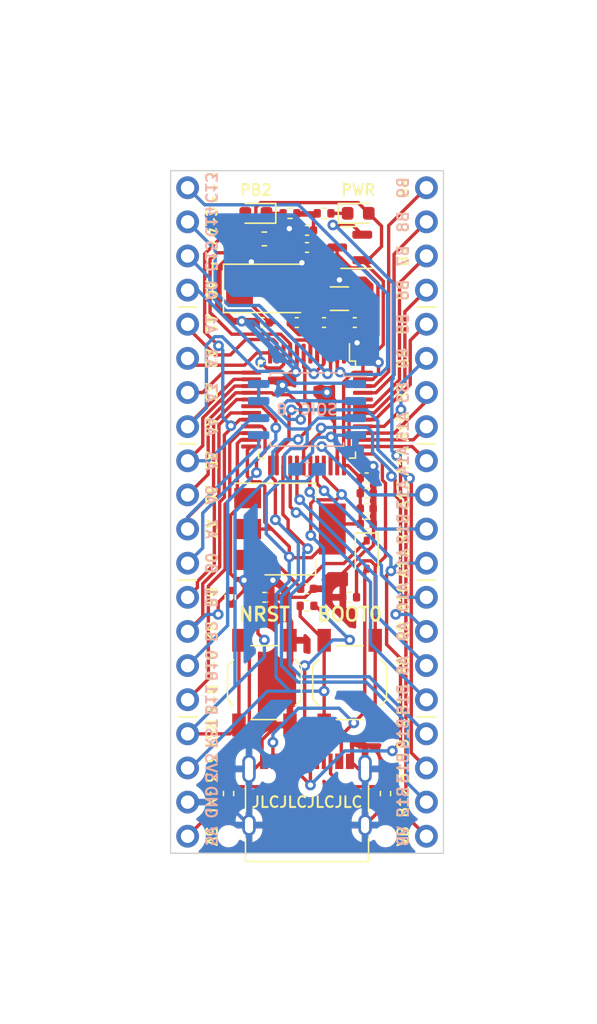
<source format=kicad_pcb>
(kicad_pcb (version 20221018) (generator pcbnew)
  (title_block (title "STM32F1-DevBoard"))
  (layers (0 "F.Cu" signal) (31 "B.Cu" signal) (34 "B.Paste" user) (35 "F.Paste" user) (36 "B.SilkS" user "B.Silkscreen") (37 "F.SilkS" user "F.Silkscreen") (38 "B.Mask" user) (39 "F.Mask" user) (44 "Edge.Cuts" user))
  (net 0 "")
  (net 1 "PA9")
  (net 2 "PA10")
  (net 3 "GND")
  (net 4 "Net-(LED1-K)")
  (net 5 "PC14")
  (net 6 "PC15")
  (net 7 "PD0")
  (net 8 "PD1")
  (net 9 "+3.3V")
  (net 10 "PB2")
  (net 11 "BOOT0")
  (net 12 "PC13")
  (net 13 "NRST")
  (net 14 "PA0")
  (net 15 "PA1")
  (net 16 "PA2")
  (net 17 "PA3")
  (net 18 "PA4")
  (net 19 "PA5")
  (net 20 "PA6")
  (net 21 "PA7")
  (net 22 "PB0")
  (net 23 "PB1")
  (net 24 "PB10")
  (net 25 "PB11")
  (net 26 "PB12")
  (net 27 "PB13")
  (net 28 "PB14")
  (net 29 "PB15")
  (net 30 "PA8")
  (net 31 "PA11")
  (net 32 "PA12")
  (net 33 "PA13")
  (net 34 "PA14")
  (net 35 "PA15")
  (net 36 "PB3")
  (net 37 "PB4")
  (net 38 "PB5")
  (net 39 "PB6")
  (net 40 "PB7")
  (net 41 "PB8")
  (net 42 "PB9")
  (net 43 "Net-(LED2-K)")
  (net 44 "VCC")
  (net 45 "VBAT")
  (net 46 "VREF+")
  (net 47 "VB")
  (net 48 "VBUS")
  (net 49 "Net-(J1-CC1)")
  (net 50 "Net-(J1-CC2)")
  (footprint "Capacitor_SMD:C_0402_1005Metric" (layer "F.Cu") (at 136.398 87.503 180)
    (fp_text reference "C3" hide)
    (fp_text value "20pF")
  )
  (footprint "Inductor_SMD:L_0603_1608Metric" (layer "F.Cu") (at 133.985 81.28)
    (fp_text reference "FB1" hide)
    (fp_text value "FerriteBead")
  )
  (footprint "MountingHole:MountingHole_2.2mm_M2" (layer "F.Cu") (at 131.318 77.47)
    (fp_text reference "H2" hide)
    (fp_text value "MountingHole")
  )
  (footprint "Package_QFP:LQFP-48_7x7mm_P0.5mm" (layer "F.Cu") (at 137.16 93.98 -90)
    (fp_text reference "U1" hide)
    (fp_text value "STM32F103C8T6")
  )
  (footprint "Resistor_SMD:R_0402_1005Metric" (layer "F.Cu") (at 131.445 107.95 90)
    (fp_text reference "R1" hide)
    (fp_text value "10kΩ")
  )
  (footprint "Resistor_SMD:R_0402_1005Metric" (layer "F.Cu") (at 143.002 122.555 90)
    (fp_text reference "R6" hide)
    (fp_text value "5.1kΩ")
  )
  (footprint "Resistor_SMD:R_0402_1005Metric" (layer "F.Cu") (at 135.89 79.375)
    (fp_text reference "R4" hide)
    (fp_text value "10kΩ")
  )
  (footprint "Package_TO_SOT_SMD:SOT-23" (layer "F.Cu") (at 140.335 81.915 180)
    (fp_text reference "D3" hide)
    (fp_text value "BAT54C,215")
  )
  (footprint "Diode_SMD:D_SOD-323" (layer "F.Cu") (at 141.605 104.775 -90)
    (fp_text reference "D1" hide)
    (fp_text value "1N5819WS")
  )
  (footprint "Button_Switch_SMD:SW_SPST_TL3342" (layer "F.Cu") (at 133.99 114.3 -90)
    (fp_text reference "SW1" hide)
    (fp_text value "SW_Push")
  )
  (footprint "LED_SMD:LED_0603_1608Metric" (layer "F.Cu") (at 140.97 79.375)
    (fp_text reference "LED2" hide)
    (fp_text value "KT-0603R")
  )
  (footprint "Capacitor_SMD:C_0402_1005Metric" (layer "F.Cu") (at 140.716 87.503 180)
    (fp_text reference "C1" hide)
    (fp_text value "10pF")
  )
  (footprint "MountingHole:MountingHole_2.2mm_M2" (layer "F.Cu") (at 143.002 77.47)
    (fp_text reference "H3" hide)
    (fp_text value "MountingHole")
  )
  (footprint "Capacitor_SMD:C_0402_1005Metric" (layer "F.Cu") (at 137.16 80.645)
    (fp_text reference "C10" hide)
    (fp_text value "100nF")
  )
  (footprint "Capacitor_SMD:C_0402_1005Metric" (layer "F.Cu") (at 133.858 87.503 180)
    (fp_text reference "C4" hide)
    (fp_text value "20pF")
  )
  (footprint "Connector_USB:USB_C_Receptacle_XKB_U262-16XN-4BVC11" (layer "F.Cu") (at 137.16 123.825)
    (fp_text reference "J1" hide)
    (fp_text value "USB_C_Receptacle_USB2.0")
  )
  (footprint "Capacitor_SMD:C_0402_1005Metric" (layer "F.Cu") (at 141.605 102.489)
    (fp_text reference "C9" hide)
    (fp_text value "100nF")
  )
  (footprint "MountingHole:MountingHole_2.2mm_M2" (layer "F.Cu") (at 143.002 125.73)
    (fp_text reference "H4" hide)
    (fp_text value "MountingHole")
  )
  (footprint "LED_SMD:LED_0603_1608Metric" (layer "F.Cu") (at 133.35 79.375 180)
    (fp_text reference "LED1" hide)
    (fp_text value "19-217/GHC-YR1S2/3T")
  )
  (footprint "Resistor_SMD:R_0402_1005Metric" (layer "F.Cu") (at 138.43 79.375 180)
    (fp_text reference "R5" hide)
    (fp_text value "10kΩ")
  )
  (footprint "Capacitor_SMD:C_0402_1005Metric" (layer "F.Cu") (at 141.605 100.203)
    (fp_text reference "C8" hide)
    (fp_text value "100nF")
  )
  (footprint "Capacitor_SMD:C_0402_1005Metric" (layer "F.Cu") (at 137.16 81.915)
    (fp_text reference "C5" hide)
    (fp_text value "100nF")
  )
  (footprint "Resistor_SMD:R_0402_1005Metric" (layer "F.Cu") (at 137.16 108.585)
    (fp_text reference "R7" hide)
    (fp_text value "1.5kΩ")
  )
  (footprint "Capacitor_SMD:C_0402_1005Metric" (layer "F.Cu") (at 138.43 87.503 180)
    (fp_text reference "C2" hide)
    (fp_text value "10pF")
  )
  (footprint "Resistor_SMD:R_0402_1005Metric" (layer "F.Cu") (at 131.318 122.555 90)
    (fp_text reference "R3" hide)
    (fp_text value "5.1kΩ")
  )
  (footprint "Capacitor_SMD:C_0402_1005Metric" (layer "F.Cu") (at 141.605 101.346)
    (fp_text reference "C7" hide)
    (fp_text value "100nF")
  )
  (footprint "Resistor_SMD:R_0402_1005Metric" (layer "F.Cu") (at 140.335 107.95 180)
    (fp_text reference "R2" hide)
    (fp_text value "10kΩ")
  )
  (footprint "MountingHole:MountingHole_2.2mm_M2" (layer "F.Cu") (at 131.318 125.73)
    (fp_text reference "H1" hide)
    (fp_text value "MountingHole")
  )
  (footprint "Capacitor_SMD:C_0402_1005Metric" (layer "F.Cu") (at 141.605 99.06)
    (fp_text reference "C12" hide)
    (fp_text value "10uF")
  )
  (footprint "Crystal:Crystal_SMD_3215-2Pin_3.2x1.5mm" (layer "F.Cu") (at 139.573 85.725 180)
    (fp_text reference "XTAL1" hide)
    (fp_text value "32.768KHz")
  )
  (footprint "Capacitor_SMD:C_0402_1005Metric" (layer "F.Cu") (at 137.16 107.315)
    (fp_text reference "C11" hide)
    (fp_text value "10uF")
  )
  (footprint "Capacitor_SMD:C_0402_1005Metric" (layer "F.Cu") (at 133.985 107.95)
    (fp_text reference "C13" hide)
    (fp_text value "100nF")
  )
  (footprint "Package_TO_SOT_SMD:SOT-223-3_TabPin2" (layer "F.Cu") (at 135.89 102.87)
    (fp_text reference "U2" hide)
    (fp_text value "AMS1117-3.3")
  )
  (footprint "Button_Switch_SMD:SW_SPST_TL3342" (layer "F.Cu") (at 140.335 114.3 90)
    (fp_text reference "SW2" hide)
    (fp_text value "SW_Push")
  )
  (footprint "Crystal:Crystal_SMD_5032-2Pin_5.0x3.2mm" (layer "F.Cu") (at 133.985 84.963)
    (fp_text reference "XTAL2" hide)
    (fp_text value "8MHz")
  )
  (footprint "Connector_PinHeader_2.54mm:PinHeader_1x20_P2.54mm_Vertical" (layer "B.Cu") (at 128.27 77.47 180)
    (fp_text reference "CH1" hide)
    (fp_text value "Conn_01x20")
  )
  (footprint "Package_SO:SOIC-8_5.23x5.23mm_P1.27mm" (layer "B.Cu") (at 137.16 93.98 180)
    (fp_text reference "U3" hide)
    (fp_text value "W25Q32JVSS")
  )
  (footprint "Capacitor_SMD:C_0603_1608Metric_Pad1.08x0.95mm_HandSolder" (layer "B.Cu") (at 137.16 98.425 180)
    (fp_text reference "C6" hide)
    (fp_text value "100nF")
  )
  (footprint "Connector_PinHeader_2.54mm:PinHeader_1x20_P2.54mm_Vertical" (layer "B.Cu") (at 146.05 77.47 180)
    (fp_text reference "CH2" hide)
    (fp_text value "Conn_01x20")
  )
  (gr_line (start 145.415 116.84) (end 146.685 116.84) (stroke (width 0.15)) (layer "F.SilkS"))
  (gr_line (start 127.635 116.84) (end 128.905 116.84) (stroke (width 0.15)) (layer "F.SilkS"))
  (gr_line (start 127.635 96.52) (end 128.905 96.52) (stroke (width 0.15)) (layer "F.SilkS"))
  (gr_line (start 127.635 86.36) (end 128.905 86.36) (stroke (width 0.15)) (layer "F.SilkS"))
  (gr_line (start 145.415 96.52) (end 146.685 96.52) (stroke (width 0.15)) (layer "F.SilkS"))
  (gr_line (start 127.635 106.68) (end 128.905 106.68) (stroke (width 0.15)) (layer "F.SilkS"))
  (gr_line (start 145.415 86.36) (end 146.685 86.36) (stroke (width 0.15)) (layer "F.SilkS"))
  (gr_line (start 145.415 106.68) (end 146.685 106.68) (stroke (width 0.15)) (layer "F.SilkS"))
  (gr_rect (start 127 76.2) (end 147.32 127) (stroke (width 0.1)) (fill none) (layer "Edge.Cuts"))
  (gr_text "C13" (at 129.54 77.47 -90) (layer "B.SilkS") (effects (font (size 0.8 0.8)) (justify bottom mirror)))
  (gr_text "A9" (at 144.78 110.49 90) (layer "B.SilkS") (effects (font (size 0.8 0.8)) (justify bottom mirror)))
  (gr_text "A15" (at 144.78 95.25 90) (layer "B.SilkS") (effects (font (size 0.8 0.8)) (justify bottom mirror)))
  (gr_text "B5" (at 144.78 87.63 90) (layer "B.SilkS") (effects (font (size 0.8 0.8)) (justify bottom mirror)))
  (gr_text "C14" (at 129.54 80.01 -90) (layer "B.SilkS") (effects (font (size 0.8 0.8)) (justify bottom mirror)))
  (gr_text "SOIC-8" (at 137.16 93.98) (layer "B.SilkS") (effects (font (size 0.8 0.8) (thickness 0.15) bold) (justify mirror)))
  (gr_text "RST" (at 129.54 118.11 -90) (layer "B.SilkS") (effects (font (size 0.8 0.8)) (justify bottom mirror)))
  (gr_text "A6" (at 129.54 100.33 -90) (layer "B.SilkS") (effects (font (size 0.8 0.8)) (justify bottom mirror)))
  (gr_text "A1" (at 129.54 87.63 -90) (layer "B.SilkS") (effects (font (size 0.8 0.8)) (justify bottom mirror)))
  (gr_text "B3" (at 144.78 92.71 90) (layer "B.SilkS") (effects (font (size 0.8 0.8)) (justify bottom mirror)))
  (gr_text "B13" (at 144.78 120.65 90) (layer "B.SilkS") (effects (font (size 0.8 0.8)) (justify bottom mirror)))
  (gr_text "B6" (at 144.78 85.09 90) (layer "B.SilkS") (effects (font (size 0.8 0.8)) (justify bottom mirror)))
  (gr_text "B10" (at 129.54 113.03 -90) (layer "B.SilkS") (effects (font (size 0.8 0.8)) (justify bottom mirror)))
  (gr_text "A11" (at 144.78 105.41 90) (layer "B.SilkS") (effects (font (size 0.8 0.8)) (justify bottom mirror)))
  (gr_text "A0" (at 129.54 85.09 -90) (layer "B.SilkS") (effects (font (size 0.8 0.8)) (justify bottom mirror)))
  (gr_text "A3" (at 129.54 92.71 -90) (layer "B.SilkS") (effects (font (size 0.8 0.8)) (justify bottom mirror)))
  (gr_text "3V3" (at 129.54 120.65 -90) (layer "B.SilkS") (effects (font (size 0.8 0.8)) (justify bottom mirror)))
  (gr_text "A13" (at 144.78 100.33 90) (layer "B.SilkS") (effects (font (size 0.8 0.8)) (justify bottom mirror)))
  (gr_text "VB" (at 144.78 125.73 90) (layer "B.SilkS") (effects (font (size 0.8 0.8)) (justify bottom mirror)))
  (gr_text "B1" (at 129.54 107.95 -90) (layer "B.SilkS") (effects (font (size 0.8 0.8)) (justify bottom mirror)))
  (gr_text "A7" (at 129.54 102.87 -90) (layer "B.SilkS") (effects (font (size 0.8 0.8)) (justify bottom mirror)))
  (gr_text "B2" (at 129.54 110.49 -90) (layer "B.SilkS") (effects (font (size 0.8 0.8)) (justify bottom mirror)))
  (gr_text "B12" (at 144.78 123.19 90) (layer "B.SilkS") (effects (font (size 0.8 0.8)) (justify bottom mirror)))
  (gr_text "5V" (at 129.54 125.73 -90) (layer "B.SilkS") (effects (font (size 0.8 0.8)) (justify bottom mirror)))
  (gr_text "B9" (at 144.78 77.47 90) (layer "B.SilkS") (effects (font (size 0.8 0.8)) (justify bottom mirror)))
  (gr_text "A14" (at 144.78 97.79 90) (layer "B.SilkS") (effects (font (size 0.8 0.8)) (justify bottom mirror)))
  (gr_text "B8" (at 144.78 80.01 90) (layer "B.SilkS") (effects (font (size 0.8 0.8)) (justify bottom mirror)))
  (gr_text "B15" (at 144.78 115.57 90) (layer "B.SilkS") (effects (font (size 0.8 0.8)) (justify bottom mirror)))
  (gr_text "A10" (at 144.78 107.95 90) (layer "B.SilkS") (effects (font (size 0.8 0.8)) (justify bottom mirror)))
  (gr_text "B0" (at 129.54 105.41 -90) (layer "B.SilkS") (effects (font (size 0.8 0.8)) (justify bottom mirror)))
  (gr_text "B7" (at 144.78 82.55 90) (layer "B.SilkS") (effects (font (size 0.8 0.8)) (justify bottom mirror)))
  (gr_text "A8" (at 144.78 113.03 90) (layer "B.SilkS") (effects (font (size 0.8 0.8)) (justify bottom mirror)))
  (gr_text "GND" (at 129.54 123.19 -90) (layer "B.SilkS") (effects (font (size 0.8 0.8)) (justify bottom mirror)))
  (gr_text "C15" (at 129.54 82.55 -90) (layer "B.SilkS") (effects (font (size 0.8 0.8)) (justify bottom mirror)))
  (gr_text "A5" (at 129.54 97.79 -90) (layer "B.SilkS") (effects (font (size 0.8 0.8)) (justify bottom mirror)))
  (gr_text "B14" (at 144.78 118.11 90) (layer "B.SilkS") (effects (font (size 0.8 0.8)) (justify bottom mirror)))
  (gr_text "B11" (at 129.54 115.57 -90) (layer "B.SilkS") (effects (font (size 0.8 0.8)) (justify bottom mirror)))
  (gr_text "A4" (at 129.54 95.25 -90) (layer "B.SilkS") (effects (font (size 0.8 0.8)) (justify bottom mirror)))
  (gr_text "B12" (at 144.78 102.87 90) (layer "B.SilkS") (effects (font (size 0.8 0.8)) (justify bottom mirror)))
  (gr_text "B4" (at 144.78 90.17 90) (layer "B.SilkS") (effects (font (size 0.8 0.8)) (justify bottom mirror)))
  (gr_text "A2" (at 129.54 90.17 -90) (layer "B.SilkS") (effects (font (size 0.8 0.8)) (justify bottom mirror)))
  (gr_text "5V" (at 129.54 125.73 270) (layer "F.SilkS") (effects (font (size 0.8 0.8)) (justify bottom)))
  (gr_text "A9" (at 144.78 110.49 90) (layer "F.SilkS") (effects (font (size 0.8 0.8)) (justify bottom)))
  (gr_text "A6" (at 129.54 100.33 -90) (layer "F.SilkS") (effects (font (size 0.8 0.8)) (justify bottom)))
  (gr_text "B1" (at 129.54 107.95 -90) (layer "F.SilkS") (effects (font (size 0.8 0.8)) (justify bottom)))
  (gr_text "B0" (at 129.54 105.41 -90) (layer "F.SilkS") (effects (font (size 0.8 0.8)) (justify bottom)))
  (gr_text "B2" (at 129.54 110.49 -90) (layer "F.SilkS") (effects (font (size 0.8 0.8)) (justify bottom)))
  (gr_text "B10" (at 129.54 113.03 -90) (layer "F.SilkS") (effects (font (size 0.8 0.8)) (justify bottom)))
  (gr_text "B9" (at 144.78 77.476245 90) (layer "F.SilkS") (effects (font (size 0.8 0.8)) (justify bottom)))
  (gr_text "A7" (at 129.54 102.87 -90) (layer "F.SilkS") (effects (font (size 0.8 0.8)) (justify bottom)))
  (gr_text "A15" (at 144.78 95.25 90) (layer "F.SilkS") (effects (font (size 0.8 0.8)) (justify bottom)))
  (gr_text "B3" (at 144.78 92.71 90) (layer "F.SilkS") (effects (font (size 0.8 0.8)) (justify bottom)))
  (gr_text "A11" (at 144.78 105.41 90) (layer "F.SilkS") (effects (font (size 0.8 0.8)) (justify bottom)))
  (gr_text "A14" (at 144.78 97.79 90) (layer "F.SilkS") (effects (font (size 0.8 0.8)) (justify bottom)))
  (gr_text "A0" (at 129.54 85.09 -90) (layer "F.SilkS") (effects (font (size 0.8 0.8)) (justify bottom)))
  (gr_text "B14" (at 144.78 118.11 90) (layer "F.SilkS") (effects (font (size 0.8 0.8)) (justify bottom)))
  (gr_text "JLCJLCJLCJLC" (at 137.16 123.19) (layer "F.SilkS") (effects (font (size 0.8 0.8))))
  (gr_text "B12" (at 144.78 123.19 90) (layer "F.SilkS") (effects (font (size 0.8 0.8)) (justify bottom)))
  (gr_text "C14" (at 129.54 80.01 -90) (layer "F.SilkS") (effects (font (size 0.8 0.8)) (justify bottom)))
  (gr_text "GND" (at 129.54 123.19 270) (layer "F.SilkS") (effects (font (size 0.8 0.8)) (justify bottom)))
  (gr_text "B12" (at 144.78 102.87 90) (layer "F.SilkS") (effects (font (size 0.8 0.8)) (justify bottom)))
  (gr_text "B13" (at 144.78 120.65 90) (layer "F.SilkS") (effects (font (size 0.8 0.8)) (justify bottom)))
  (gr_text "A13" (at 144.78 100.33 90) (layer "F.SilkS") (effects (font (size 0.8 0.8)) (justify bottom)))
  (gr_text "B6" (at 144.78 85.09 90) (layer "F.SilkS") (effects (font (size 0.8 0.8)) (justify bottom)))
  (gr_text "A3" (at 129.54 92.71 -90) (layer "F.SilkS") (effects (font (size 0.8 0.8)) (justify bottom)))
  (gr_text "B8" (at 144.78 80.01 90) (layer "F.SilkS") (effects (font (size 0.8 0.8)) (justify bottom)))
  (gr_text "B7" (at 144.78 82.55 90) (layer "F.SilkS") (effects (font (size 0.8 0.8)) (justify bottom)))
  (gr_text "B11" (at 129.54 115.57 -90) (layer "F.SilkS") (effects (font (size 0.8 0.8)) (justify bottom)))
  (gr_text "A4" (at 129.54 95.25 -90) (layer "F.SilkS") (effects (font (size 0.8 0.8)) (justify bottom)))
  (gr_text "A10" (at 144.78 107.95 90) (layer "F.SilkS") (effects (font (size 0.8 0.8)) (justify bottom)))
  (gr_text "C15" (at 129.54 82.55 -90) (layer "F.SilkS") (effects (font (size 0.8 0.8)) (justify bottom)))
  (gr_text "B5" (at 144.78 87.636245 90) (layer "F.SilkS") (effects (font (size 0.8 0.8)) (justify bottom)))
  (gr_text "NRST" (at 133.985 109.22) (layer "F.SilkS") (effects (font (size 1 1) (thickness 0.2) bold)))
  (gr_text "B15" (at 144.78 115.57 90) (layer "F.SilkS") (effects (font (size 0.8 0.8)) (justify bottom)))
  (gr_text "A1" (at 129.54 87.63 -90) (layer "F.SilkS") (effects (font (size 0.8 0.8)) (justify bottom)))
  (gr_text "PB2" (at 133.35 78.105) (layer "F.SilkS") (effects (font (size 0.8 0.8) (thickness 0.15) bold) (justify bottom)))
  (gr_text "A5" (at 129.54 97.79 -90) (layer "F.SilkS") (effects (font (size 0.8 0.8)) (justify bottom)))
  (gr_text "BOOT0" (at 140.335 109.22) (layer "F.SilkS") (effects (font (size 1 1) (thickness 0.2) bold)))
  (gr_text "RST" (at 129.54 118.11 -90) (layer "F.SilkS") (effects (font (size 0.8 0.8)) (justify bottom)))
  (gr_text "VB" (at 144.78 125.73 90) (layer "F.SilkS") (effects (font (size 0.8 0.8)) (justify bottom)))
  (gr_text "A2" (at 129.54 90.17 -90) (layer "F.SilkS") (effects (font (size 0.8 0.8)) (justify bottom)))
  (gr_text "B4" (at 144.78 90.176245 90) (layer "F.SilkS") (effects (font (size 0.8 0.8)) (justify bottom)))
  (gr_text "PWR" (at 140.97 78.105) (layer "F.SilkS") (effects (font (size 0.8 0.8) (thickness 0.15) bold) (justify bottom)))
  (gr_text "C13" (at 129.54 77.47 -90) (layer "F.SilkS") (effects (font (size 0.8 0.8)) (justify bottom)))
  (gr_text "A8" (at 144.78 113.03 90) (layer "F.SilkS") (effects (font (size 0.8 0.8)) (justify bottom)))
  (gr_text "3V3" (at 129.54 120.65 270) (layer "F.SilkS") (effects (font (size 0.8 0.8)) (justify bottom)))
  (segment (start 143.7199 100.367885) (end 143.7199 99.2216) (width 0.25) (layer "F.Cu") (net 1))
  (segment (start 144.1193 108.8637) (end 144.1193 100.767286) (width 0.25) (layer "F.Cu") (net 1))
  (segment (start 138.205 95.6591) (end 136.91 96.9541) (width 0.25) (layer "F.Cu") (net 1))
  (segment (start 144.1193 100.767286) (end 143.7199 100.367885) (width 0.25) (layer "F.Cu") (net 1))
  (segment (start 138.205 95.3495) (end 138.205 95.6591) (width 0.25) (layer "F.Cu") (net 1))
  (segment (start 136.91 96.9541) (end 136.91 98.1425) (width 0.25) (layer "F.Cu") (net 1))
  (segment (start 143.763 109.22) (end 144.1193 108.8637) (width 0.25) (layer "F.Cu") (net 1))
  (segment (start 143.7199 99.2216) (end 143.443 98.9447) (width 0.25) (layer "F.Cu") (net 1))
  (via (at 143.763 109.22) (size 0.8) (drill 0.4) (layers "F.Cu" "B.Cu") (net 1))
  (via (at 143.443 98.9447) (size 0.8) (drill 0.4) (layers "F.Cu" "B.Cu") (net 1))
  (via (at 138.205 95.3495) (size 0.8) (drill 0.4) (layers "F.Cu" "B.Cu") (net 1))
  (segment (start 141.6333 95.3075) (end 138.247 95.3075) (width 0.25) (layer "B.Cu") (net 1))
  (segment (start 142.0352 95.7094) (end 141.6333 95.3075) (width 0.25) (layer "B.Cu") (net 1))
  (segment (start 138.247 95.3075) (end 138.205 95.3495) (width 0.25) (layer "B.Cu") (net 1))
  (segment (start 142.0352 97.1547) (end 142.0352 95.7094) (width 0.25) (layer "B.Cu") (net 1))
  (segment (start 143.443 98.5625) (end 142.0352 97.1547) (width 0.25) (layer "B.Cu") (net 1))
  (segment (start 144.78 109.22) (end 143.763 109.22) (width 0.25) (layer "B.Cu") (net 1))
  (segment (start 143.443 98.9447) (end 143.443 98.5625) (width 0.25) (layer "B.Cu") (net 1))
  (segment (start 146.05 110.49) (end 144.78 109.22) (width 0.25) (layer "B.Cu") (net 1))
  (segment (start 137.41 99.0228) (end 137.41 98.1425) (width 0.25) (layer "F.Cu") (net 2))
  (segment (start 137.367228 100.109301) (end 137.367228 99.065572) (width 0.25) (layer "F.Cu") (net 2))
  (segment (start 137.367228 99.065572) (end 137.41 99.0228) (width 0.25) (layer "F.Cu") (net 2))
  (via (at 137.367228 100.109301) (size 0.8) (drill 0.4) (layers "F.Cu" "B.Cu") (net 2))
  (segment (start 142.6979 105.5709) (end 142.6979 106.275) (width 0.25) (layer "B.Cu") (net 2))
  (segment (start 137.367228 100.240228) (end 142.6979 105.5709) (width 0.25) (layer "B.Cu") (net 2))
  (segment (start 142.6979 106.275) (end 144.3729 107.95) (width 0.25) (layer "B.Cu") (net 2))
  (segment (start 144.3729 107.95) (end 146.05 107.95) (width 0.25) (layer "B.Cu") (net 2))
  (segment (start 137.367228 100.109301) (end 137.367228 100.240228) (width 0.25) (layer "B.Cu") (net 2))
  (segment (start 141.196 88.6989) (end 141.196 87.503) (width 0.5) (layer "F.Cu") (net 3))
  (segment (start 131.4631 101.8469) (end 132.74 100.57) (width 0.25) (layer "F.Cu") (net 3))
  (segment (start 132.74 100.57) (end 132.115 101.195) (width 0.25) (layer "F.Cu") (net 3))
  (segment (start 139.41 96.484) (end 139.41 98.1425) (width 0.25) (layer "F.Cu") (net 3))
  (segment (start 131.4631 106.1931) (end 131.4631 101.8469) (width 0.25) (layer "F.Cu") (net 3))
  (segment (start 142.085 100.203) (end 142.085 101.346) (width 0.25) (layer "F.Cu") (net 3))
  (segment (start 138.938 96.012) (end 139.2074 95.7426) (width 0.25) (layer "F.Cu") (net 3))
  (segment (start 131.829893 87.407893) (end 131.603893 87.407893) (width 0.5) (layer "F.Cu") (net 3))
  (segment (start 136.8377 82.9897) (end 137.287 83.439) (width 0.5) (layer "F.Cu") (net 3))
  (segment (start 141.859 86.84) (end 141.859 84.811) (width 0.5) (layer "F.Cu") (net 3))
  (segment (start 135.89 109.375) (end 135.89 117.45) (width 0.25) (layer "F.Cu") (net 3))
  (segment (start 138.43 107.315) (end 137.64 107.315) (width 0.25) (layer "F.Cu") (net 3))
  (segment (start 134.62 107.795) (end 134.465 107.95) (width 0.25) (layer "F.Cu") (net 3))
  (segment (start 134.62 106.68) (end 134.62 107.795) (width 0.25) (layer "F.Cu") (net 3))
  (segment (start 134.465 107.95) (end 135.89 109.375) (width 0.25) (layer "F.Cu") (net 3))
  (segment (start 133.81 118.5627) (end 133.81 120.155) (width 0.25) (layer "F.Cu") (net 3))
  (segment (start 130.556 83.552) (end 131.1183 82.9897) (width 0.5) (layer "F.Cu") (net 3))
  (segment (start 132.84 124.841) (end 132.84 124.9) (width 0.25) (layer "F.Cu") (net 3))
  (segment (start 141.859 84.811) (end 141.859 84.759648) (width 0.5) (layer "F.Cu") (net 3))
  (segment (start 137.64 80.645) (end 137.64 80.955) (width 0.25) (layer "F.Cu") (net 3))
  (segment (start 142.1073 104.074) (end 141.7742 104.4071) (width 0.25) (layer "F.Cu") (net 3))
  (segment (start 131.603893 87.407893) (end 130.556 86.36) (width 0.5) (layer "F.Cu") (net 3))
  (segment (start 137.287 83.439) (end 137.287 84.709) (width 0.5) (layer "F.Cu") (net 3))
  (segment (start 137.64 79.655) (end 137.64 80.645) (width 0.25) (layer "F.Cu") (net 3))
  (segment (start 132.472 106.68) (end 132.472 107.433) (width 0.25) (layer "F.Cu") (net 3))
  (segment (start 142.4795 91.3086) (end 142.4795 90.4669) (width 0.25) (layer "F.Cu") (net 3))
  (segment (start 139.2074 95.7426) (end 139.2074 93.2613) (width 0.25) (layer "F.Cu") (net 3))
  (segment (start 136.41 91.0853) (end 136.3216 91.1737) (width 0.25) (layer "F.Cu") (net 3))
  (segment (start 130.556 86.36) (end 130.556 83.552) (width 0.5) (layer "F.Cu") (net 3))
  (segment (start 136.3216 91.1737) (end 135.3268 92.1685) (width 0.25) (layer "F.Cu") (net 3))
  (segment (start 140.985 120.72) (end 141.48 120.72) (width 0.25) (layer "F.Cu") (net 3))
  (segment (start 137.287 87.094) (end 136.878 87.503) (width 0.5) (layer "F.Cu") (net 3))
  (segment (start 139.2074 93.2613) (end 138.6424 92.6963) (width 0.25) (layer "F.Cu") (net 3))
  (segment (start 141.5611 104.4071) (end 139.825 106.1432) (width 0.25) (layer "F.Cu") (net 3))
  (segment (start 133.0129 82.9897) (end 136.6117 82.9897) (width 0.5) (layer "F.Cu") (net 3))
  (segment (start 143.002 123.065) (end 143.002 123.378) (width 0.25) (layer "F.Cu") (net 3))
  (segment (start 134.9227 117.45) (end 133.81 118.5627) (width 0.25) (layer "F.Cu") (net 3))
  (segment (start 133.245 120.72) (end 132.84 120.72) (width 0.25) (layer "F.Cu") (net 3))
  (segment (start 142.0581 91.73) (end 142.4795 91.3086) (width 0.25) (layer "F.Cu") (net 3))
  (segment (start 137.287 84.709) (end 137.287 86.84) (width 0.5) (layer "F.Cu") (net 3))
  (segment (start 135.841 79.934) (end 135.841 80.5124) (width 0.25) (layer "F.Cu") (net 3))
  (segment (start 135.89 117.45) (end 134.9227 117.45) (width 0.25) (layer "F.Cu") (net 3))
  (segment (start 136.4 79.375) (end 135.841 79.934) (width 0.25) (layer "F.Cu") (net 3))
  (segment (start 137.92 79.375) (end 137.64 79.655) (width 0.25) (layer "F.Cu") (net 3))
  (segment (start 142.085 99.06) (end 142.085 98.1907) (width 0.25) (layer "F.Cu") (net 3))
  (segment (start 143.002 123.378) (end 141.48 124.9) (width 0.25) (layer "F.Cu") (net 3))
  (segment (start 141.427352 84.328) (end 139.573 84.328) (width 0.5) (layer "F.Cu") (net 3))
  (segment (start 141.859 84.759648) (end 141.427352 84.328) (width 0.5) (layer "F.Cu") (net 3))
  (segment (start 142.1073 102.5113) (end 142.1073 104.074) (width 0.25) (layer "F.Cu") (net 3))
  (segment (start 131.318 123.378) (end 132.84 124.9) (width 0.25) (layer "F.Cu") (net 3))
  (segment (start 142.085 101.346) (end 142.085 102.489) (width 0.25) (layer "F.Cu") (net 3))
  (segment (start 140.51 120.155) (end 140.51 120.245) (width 0.25) (layer "F.Cu") (net 3))
  (segment (start 132.472 106.68) (end 131.95 106.68) (width 0.25) (layer "F.Cu") (net 3))
  (segment (start 131.1183 82.9897) (end 133.0129 82.9897) (width 0.5) (layer "F.Cu") (net 3))
  (segment (start 131.9699 96.5022) (end 132.2421 96.23) (width 0.25) (layer "F.Cu") (net 3))
  (segment (start 142.085 102.489) (end 142.1073 102.5113) (width 0.25) (layer "F.Cu") (net 3))
  (segment (start 141.196 87.503) (end 141.859 86.84) (width 0.5) (layer "F.Cu") (net 3))
  (segment (start 132.472 107.433) (end 131.445 108.46) (width 0.25) (layer "F.Cu") (net 3))
  (segment (start 137.005 107.95) (end 137.64 107.315) (width 0.25) (layer "F.Cu") (net 3))
  (segment (start 137.64 80.955) (end 136.68 81.915) (width 0.25) (layer "F.Cu") (net 3))
  (segment (start 134.465 107.95) (end 137.005 107.95) (width 0.25) (layer "F.Cu") (net 3))
  (segment (start 136.779 83.058) (end 136.8377 82.9897) (width 0.5) (layer "F.Cu") (net 3))
  (segment (start 131.95 106.68) (end 131.4631 106.1931) (width 0.25) (layer "F.Cu") (net 3))
  (segment (start 136.41 89.8175) (end 136.41 91.0853) (width 0.25) (layer "F.Cu") (net 3))
  (segment (start 137.668 84.328) (end 137.287 84.709) (width 0.5) (layer "F.Cu") (net 3))
  (segment (start 137.668 87.503) (end 137.95 87.503) (width 0.25) (layer "F.Cu") (net 3))
  (segment (start 133.81 120.155) (end 133.245 120.72) (width 0.25) (layer "F.Cu") (net 3))
  (segment (start 142.085 99.06) (end 142.085 100.203) (width 0.25) (layer "F.Cu") (net 3))
  (segment (start 132.2421 96.23) (end 132.9975 96.23) (width 0.25) (layer "F.Cu") (net 3))
  (segment (start 139.573 84.328) (end 137.668 84.328) (width 0.5) (layer "F.Cu") (net 3))
  (segment (start 141.7742 104.4071) (end 141.5611 104.4071) (width 0.25) (layer "F.Cu") (net 3))
  (segment (start 131.318 123.065) (end 131.318 123.378) (width 0.25) (layer "F.Cu") (net 3))
  (segment (start 139.065 107.95) (end 138.43 107.315) (width 0.25) (layer "F.Cu") (net 3))
  (segment (start 132.115 101.195) (end 131.9699 101.195) (width 0.25) (layer "F.Cu") (net 3))
  (segment (start 139.825 107.95) (end 139.065 107.95) (width 0.25) (layer "F.Cu") (net 3))
  (segment (start 141.3225 91.73) (end 142.0581 91.73) (width 0.25) (layer "F.Cu") (net 3))
  (segment (start 136.4 79.375) (end 137.92 79.375) (width 0.25) (layer "F.Cu") (net 3))
  (segment (start 137.287 87.094) (end 137.287 87.122) (width 0.25) (layer "F.Cu") (net 3))
  (segment (start 137.287 87.122) (end 137.668 87.503) (width 0.5) (layer "F.Cu") (net 3))
  (segment (start 139.825 106.1432) (end 139.825 107.95) (width 0.25) (layer "F.Cu") (net 3))
  (segment (start 138.938 96.012) (end 139.41 96.484) (width 0.25) (layer "F.Cu") (net 3))
  (segment (start 133.282893 87.407893) (end 133.378 87.503) (width 0.5) (layer "F.Cu") (net 3))
  (segment (start 136.6117 82.9897) (end 136.779 83.058) (width 0.5) (layer "F.Cu") (net 3))
  (segment (start 132.300181 87.407893) (end 131.829893 87.407893) (width 0.5) (layer "F.Cu") (net 3))
  (segment (start 140.8845 89.0104) (end 141.196 88.6989) (width 0.5) (layer "F.Cu") (net 3))
  (segment (start 131.9699 101.195) (end 131.9699 96.5022) (width 0.25) (layer "F.Cu") (net 3))
  (segment (start 137.287 86.84) (end 137.287 87.094) (width 0.5) (layer "F.Cu") (net 3))
  (segment (start 132.300181 87.407893) (end 133.282893 87.407893) (width 0.5) (layer "F.Cu") (net 3))
  (segment (start 140.51 120.245) (end 140.985 120.72) (width 0.25) (layer "F.Cu") (net 3))
  (via (at 138.938 96.012) (size 0.8) (drill 0.4) (layers "F.Cu" "B.Cu") (net 3))
  (via (at 140.8845 89.0104) (size 0.8) (drill 0.4) (layers "F.Cu" "B.Cu") (net 3))
  (via (at 133.0129 82.9897) (size 0.8) (drill 0.4) (layers "F.Cu" "B.Cu") (net 3))
  (via (at 142.4795 90.4669) (size 0.8) (drill 0.4) (layers "F.Cu" "B.Cu") (net 3))
  (via (at 132.472 106.68) (size 0.8) (drill 0.4) (layers "F.Cu" "B.Cu") (net 3))
  (via (at 136.3216 91.1737) (size 0.8) (drill 0.4) (layers "F.Cu" "B.Cu") (net 3))
  (via (at 132.300181 87.407893) (size 0.8) (drill 0.4) (layers "F.Cu" "B.Cu") (net 3))
  (via (at 139.573 84.328) (size 0.8) (drill 0.4) (layers "F.Cu" "B.Cu") (net 3))
  (via (at 135.841 80.5124) (size 0.8) (drill 0.4) (layers "F.Cu" "B.Cu") (net 3))
  (via (at 138.6424 92.6963) (size 0.8) (drill 0.4) (layers "F.Cu" "B.Cu") (net 3))
  (via (at 134.62 106.68) (size 0.8) (drill 0.4) (layers "F.Cu" "B.Cu") (net 3))
  (via (at 142.085 98.1907) (size 0.8) (drill 0.4) (layers "F.Cu" "B.Cu") (net 3))
  (via (at 135.3268 92.1685) (size 0.8) (drill 0.4) (layers "F.Cu" "B.Cu") (net 3))
  (via (at 136.779 83.058) (size 0.8) (drill 0.4) (layers "F.Cu" "B.Cu") (net 3))
  (segment (start 132.300181 87.407893) (end 133.124693 87.407893) (width 0.25) (layer "B.Cu") (net 3))
  (segment (start 131.13 123.19) (end 132.84 124.9) (width 0.25) (layer "B.Cu") (net 3))
  (segment (start 137.5752 97.1473) (end 136.2975 98.425) (width 0.25) (layer "B.Cu") (net 3))
  (segment (start 138.9068 96.0432) (end 137.9625 96.0432) (width 0.25) (layer "B.Cu") (net 3))
  (segment (start 137.414 87.884) (end 137.414 83.82) (width 0.25) (layer "B.Cu") (net 3))
  (segment (start 140.8845 89.0104) (end 142.341 90.4669) (width 0.25) (layer "B.Cu") (net 3))
  (segment (start 136.5837 82.9897) (end 133.9481 82.9897) (width 0.25) (layer "B.Cu") (net 3))
  (segment (start 138.938 96.012) (end 139.065 95.885) (width 0.25) (layer "B.Cu") (net 3))
  (segment (start 142.341 90.4669) (end 142.4795 90.4669) (width 0.25) (layer "B.Cu") (net 3))
  (segment (start 138.5404 89.0104) (end 137.414 87.884) (width 0.25) (layer "B.Cu") (net 3))
  (segment (start 137.9625 96.0432) (end 137.5752 96.4305) (width 0.25) (layer "B.Cu") (net 3))
  (segment (start 133.124693 87.407893) (end 136.3216 90.6048) (width 0.25) (layer "B.Cu") (net 3))
  (segment (start 128.27 123.19) (end 131.13 123.19) (width 0.25) (layer "B.Cu") (net 3))
  (segment (start 138.938 96.012) (end 138.9068 96.0432) (width 0.25) (layer "B.Cu") (net 3))
  (segment (start 141.48 120.72) (end 141.48 124.9) (width 0.25) (layer "B.Cu") (net 3))
  (segment (start 140.8845 89.0104) (end 138.5404 89.0104) (width 0.25) (layer "B.Cu") (net 3))
  (segment (start 135.841 81.5547) (end 134.406 82.9897) (width 0.25) (layer "B.Cu") (net 3))
  (segment (start 136.3216 90.6048) (end 136.3216 91.1737) (width 0.25) (layer "B.Cu") (net 3))
  (segment (start 134.62 106.68) (end 132.472 106.68) (width 0.25) (layer "B.Cu") (net 3))
  (segment (start 132.84 120.72) (end 132.84 124.9) (width 0.25) (layer "B.Cu") (net 3))
  (segment (start 135.841 80.5124) (end 135.841 81.5547) (width 0.25) (layer "B.Cu") (net 3))
  (segment (start 140.76 96.8657) (end 142.085 98.1907) (width 0.25) (layer "B.Cu") (net 3))
  (segment (start 133.9481 82.9897) (end 133.0129 82.9897) (width 0.25) (layer "B.Cu") (net 3))
  (segment (start 139.065 95.885) (end 140.76 95.885) (width 0.25) (layer "B.Cu") (net 3))
  (segment (start 137.414 83.82) (end 136.5837 82.9897) (width 0.25) (layer "B.Cu") (net 3))
  (segment (start 135.8546 92.6963) (end 135.3268 92.1685) (width 0.25) (layer "B.Cu") (net 3))
  (segment (start 132.84 124.9) (end 141.48 124.9) (width 0.25) (layer "B.Cu") (net 3))
  (segment (start 138.6424 92.6963) (end 135.8546 92.6963) (width 0.25) (layer "B.Cu") (net 3))
  (segment (start 140.76 95.885) (end 140.76 96.8657) (width 0.25) (layer "B.Cu") (net 3))
  (segment (start 134.406 82.9897) (end 133.9481 82.9897) (width 0.25) (layer "B.Cu") (net 3))
  (segment (start 137.5752 96.4305) (end 137.5752 97.1473) (width 0.25) (layer "B.Cu") (net 3))
  (segment (start 134.1375 79.375) (end 135.38 79.375) (width 0.25) (layer "F.Cu") (net 4))
  (segment (start 138.91 91.087) (end 138.684 91.313) (width 0.25) (layer "F.Cu") (net 5))
  (segment (start 138.91 89.8175) (end 138.91 91.087) (width 0.25) (layer "F.Cu") (net 5))
  (segment (start 138.91 89.8175) (end 138.91 88.829) (width 0.25) (layer "F.Cu") (net 5))
  (segment (start 138.91 88.829) (end 140.236 87.503) (width 0.25) (layer "F.Cu") (net 5))
  (segment (start 140.236 86.312) (end 140.823 85.725) (width 0.25) (layer "F.Cu") (net 5))
  (segment (start 140.236 87.503) (end 140.236 86.312) (width 0.25) (layer "F.Cu") (net 5))
  (via (at 138.684 91.313) (size 0.8) (drill 0.4) (layers "F.Cu" "B.Cu") (net 5))
  (segment (start 138.684 91.313) (end 133.604 86.233) (width 0.25) (layer "B.Cu") (net 5))
  (segment (start 133.604 86.233) (end 131.318 86.233) (width 0.25) (layer "B.Cu") (net 5))
  (segment (start 130.321 85.236) (end 130.321 82.061) (width 0.25) (layer "B.Cu") (net 5))
  (segment (start 131.318 86.233) (end 130.321 85.236) (width 0.25) (layer "B.Cu") (net 5))
  (segment (start 130.321 82.061) (end 128.27 80.01) (width 0.25) (layer "B.Cu") (net 5))
  (segment (start 138.91 87.503) (end 138.91 86.312) (width 0.25) (layer "F.Cu") (net 6))
  (segment (start 138.41 89.8175) (end 138.41 90.5741) (width 0.25) (layer "F.Cu") (net 6))
  (segment (start 138.91 86.312) (end 138.323 85.725) (width 0.25) (layer "F.Cu") (net 6))
  (segment (start 138.41 90.5741) (end 137.6711 91.313) (width 0.25) (layer "F.Cu") (net 6))
  (segment (start 138.41 89.8175) (end 138.41 88.003) (width 0.25) (layer "F.Cu") (net 6))
  (segment (start 138.41 88.003) (end 138.91 87.503) (width 0.25) (layer "F.Cu") (net 6))
  (via (at 137.6711 91.313) (size 0.8) (drill 0.4) (layers "F.Cu" "B.Cu") (net 6))
  (segment (start 129.921 84.201) (end 128.27 82.55) (width 0.25) (layer "B.Cu") (net 6))
  (segment (start 137.668 91.313) (end 132.988 86.633) (width 0.25) (layer "B.Cu") (net 6))
  (segment (start 129.921 85.416914) (end 129.921 84.201) (width 0.25) (layer "B.Cu") (net 6))
  (segment (start 132.988 86.633) (end 131.137086 86.633) (width 0.25) (layer "B.Cu") (net 6))
  (segment (start 131.137086 86.633) (end 129.921 85.416914) (width 0.25) (layer "B.Cu") (net 6))
  (segment (start 137.6711 91.313) (end 137.668 91.313) (width 0.25) (layer "B.Cu") (net 6))
  (segment (start 136.538 88.405) (end 135.918 87.785) (width 0.25) (layer "F.Cu") (net 7))
  (segment (start 136.017 84.963) (end 135.664 85.316) (width 0.25) (layer "F.Cu") (net 7))
  (segment (start 137.91 89.8175) (end 137.91 89.01934) (width 0.25) (layer "F.Cu") (net 7))
  (segment (start 137.29566 88.405) (end 136.538 88.405) (width 0.25) (layer "F.Cu") (net 7))
  (segment (start 137.91 89.01934) (end 137.29566 88.405) (width 0.25) (layer "F.Cu") (net 7))
  (segment (start 135.918 87.503) (end 135.835 87.42) (width 0.25) (layer "F.Cu") (net 7))
  (segment (start 135.918 87.785) (end 135.918 87.503) (width 0.25) (layer "F.Cu") (net 7))
  (segment (start 135.835 87.42) (end 135.835 84.963) (width 0.25) (layer "F.Cu") (net 7))
  (segment (start 132.135 85.3) (end 132.135 84.963) (width 0.25) (layer "F.Cu") (net 8))
  (segment (start 136.195661 88.805) (end 134.893661 87.503) (width 0.25) (layer "F.Cu") (net 8))
  (segment (start 134.893661 87.503) (end 134.338 87.503) (width 0.25) (layer "F.Cu") (net 8))
  (segment (start 137.129975 88.805) (end 136.195661 88.805) (width 0.25) (layer "F.Cu") (net 8))
  (segment (start 137.41 89.8175) (end 137.41 89.085025) (width 0.25) (layer "F.Cu") (net 8))
  (segment (start 137.41 89.085025) (end 137.129975 88.805) (width 0.25) (layer "F.Cu") (net 8))
  (segment (start 134.338 87.503) (end 132.135 85.3) (width 0.25) (layer "F.Cu") (net 8))
  (segment (start 142.7083 80.3258) (end 141.7575 79.375) (width 0.25) (layer "F.Cu") (net 9))
  (segment (start 133.35 81.1275) (end 133.35 78.9305) (width 0.25) (layer "F.Cu") (net 9))
  (segment (start 133.6626 99.351) (end 133.1156 99.351) (width 0.25) (layer "F.Cu") (net 9))
  (segment (start 132.7178 97.0097) (end 132.9975 96.73) (width 0.25) (layer "F.Cu") (net 9))
  (segment (start 133.7012 78.5793) (end 140.9618 78.5793) (width 0.25) (layer "F.Cu") (net 9))
  (segment (start 141.2725 82.865) (end 142.8376 84.4301) (width 0.25) (layer "F.Cu") (net 9))
  (segment (start 139.8844 98.1169) (end 139.8844 91.935625) (width 0.25) (layer "F.Cu") (net 9))
  (segment (start 141.3225 90.6665) (end 141.3225 91.23) (width 0.25) (layer "F.Cu") (net 9))
  (segment (start 140.590025 91.23) (end 141.3225 91.23) (width 0.25) (layer "F.Cu") (net 9))
  (segment (start 132.7178 98.9532) (end 132.7178 97.0097) (width 0.25) (layer "F.Cu") (net 9))
  (segment (start 133.1975 81.28) (end 133.35 81.1275) (width 0.25) (layer "F.Cu") (net 9))
  (segment (start 133.1156 99.351) (end 132.7178 98.9532) (width 0.25) (layer "F.Cu") (net 9))
  (segment (start 139.91 98.1425) (end 139.8844 98.1169) (width 0.25) (layer "F.Cu") (net 9))
  (segment (start 140.2075 98.1425) (end 141.125 99.06) (width 0.25) (layer "F.Cu") (net 9))
  (segment (start 135.8361 104.1723) (end 134.0169 102.3531) (width 0.25) (layer "F.Cu") (net 9))
  (segment (start 142.7083 81.8436) (end 142.7083 80.3258) (width 0.25) (layer "F.Cu") (net 9))
  (segment (start 141.125 102.489) (end 141.125 101.346) (width 0.25) (layer "F.Cu") (net 9))
  (segment (start 135.9014 105.0018) (end 137.487995 105.0018) (width 0.25) (layer "F.Cu") (net 9))
  (segment (start 139.91 98.1425) (end 140.2075 98.1425) (width 0.25) (layer "F.Cu") (net 9))
  (segment (start 134.0169 99.7053) (end 133.6626 99.351) (width 0.25) (layer "F.Cu") (net 9))
  (segment (start 139.421 102.489) (end 139.04 102.87) (width 0.25) (layer "F.Cu") (net 9))
  (segment (start 139.8844 91.935625) (end 140.590025 91.23) (width 0.25) (layer "F.Cu") (net 9))
  (segment (start 141.125 99.06) (end 141.125 100.203) (width 0.25) (layer "F.Cu") (net 9))
  (segment (start 140.9618 78.5793) (end 141.7575 79.375) (width 0.25) (layer "F.Cu") (net 9))
  (segment (start 134.5338 102.87) (end 132.74 102.87) (width 0.25) (layer "F.Cu") (net 9))
  (segment (start 141.125 101.346) (end 141.125 100.203) (width 0.25) (layer "F.Cu") (net 9))
  (segment (start 133.35 78.9305) (end 133.7012 78.5793) (width 0.25) (layer "F.Cu") (net 9))
  (segment (start 135.8361 104.9365) (end 135.8361 104.1723) (width 0.25) (layer "F.Cu") (net 9))
  (segment (start 141.6869 82.865) (end 142.7083 81.8436) (width 0.25) (layer "F.Cu") (net 9))
  (segment (start 142.8376 89.1514) (end 141.3225 90.6665) (width 0.25) (layer "F.Cu") (net 9))
  (segment (start 134.0169 102.3531) (end 134.0169 99.7053) (width 0.25) (layer "F.Cu") (net 9))
  (segment (start 141.125 102.489) (end 139.421 102.489) (width 0.25) (layer "F.Cu") (net 9))
  (segment (start 141.2725 82.865) (end 141.6869 82.865) (width 0.25) (layer "F.Cu") (net 9))
  (segment (start 139.04 103.449795) (end 139.04 102.87) (width 0.25) (layer "F.Cu") (net 9))
  (segment (start 136.65 108.585) (end 136.65 109.365) (width 0.25) (layer "F.Cu") (net 9))
  (segment (start 135.8361 104.9365) (end 135.9014 105.0018) (width 0.25) (layer "F.Cu") (net 9))
  (segment (start 138.435 117.45) (end 138.435 114.935) (width 0.25) (layer "F.Cu") (net 9))
  (segment (start 137.487995 105.0018) (end 139.04 103.449795) (width 0.25) (layer "F.Cu") (net 9))
  (segment (start 138.435 111.15) (end 138.435 114.935) (width 0.25) (layer "F.Cu") (net 9))
  (segment (start 136.65 109.365) (end 138.435 111.15) (width 0.25) (layer "F.Cu") (net 9))
  (segment (start 142.8376 84.4301) (end 142.8376 89.1514) (width 0.25) (layer "F.Cu") (net 9))
  (via (at 138.435 114.935) (size 0.8) (drill 0.4) (layers "F.Cu" "B.Cu") (net 9))
  (via (at 135.8361 104.9365) (size 0.8) (drill 0.4) (layers "F.Cu" "B.Cu") (net 9))
  (segment (start 134.1222 103.2226) (end 135.8361 104.9365) (width 0.25) (layer "B.Cu") (net 9))
  (segment (start 137.102 99.3455) (end 138.0225 98.425) (width 0.25) (layer "B.Cu") (net 9))
  (segment (start 137.9823 94.615) (end 137.1733 95.424) (width 0.25) (layer "B.Cu") (net 9))
  (segment (start 134.855 113.9) (end 135.89 114.935) (width 0.25) (layer "B.Cu") (net 9))
  (segment (start 137.1733 96.4848) (end 136.7768 96.8813) (width 0.25) (layer "B.Cu") (net 9))
  (segment (start 135.8361 106.760795) (end 134.855 107.741895) (width 0.25) (layer "B.Cu") (net 9))
  (segment (start 135.8757 95.424) (end 137.1733 95.424) (width 0.25) (layer "B.Cu") (net 9))
  (segment (start 134.1222 100.3637) (end 134.1222 103.2226) (width 0.25) (layer "B.Cu") (net 9))
  (segment (start 136.7768 96.8813) (end 135.943916 96.8813) (width 0.25) (layer "B.Cu") (net 9))
  (segment (start 135.955716 99.3455) (end 137.102 99.3455) (width 0.25) (layer "B.Cu") (net 9))
  (segment (start 128.27 120.65) (end 128.4951 120.65) (width 0.25) (layer "B.Cu") (net 9))
  (segment (start 135.485 98.874784) (end 135.955716 99.3455) (width 0.25) (layer "B.Cu") (net 9))
  (segment (start 128.4951 120.65) (end 134.2101 114.935) (width 0.25) (layer "B.Cu") (net 9))
  (segment (start 135.943916 96.8813) (end 135.485 97.340216) (width 0.25) (layer "B.Cu") (net 9))
  (segment (start 134.2101 114.935) (end 134.62 114.935) (width 0.25) (layer "B.Cu") (net 9))
  (segment (start 135.8361 104.9365) (end 135.8361 106.760795) (width 0.25) (layer "B.Cu") (net 9))
  (segment (start 135.1404 99.3455) (end 137.102 99.3455) (width 0.25) (layer "B.Cu") (net 9))
  (segment (start 133.56 92.075) (end 133.56 93.345) (width 0.25) (layer "B.Cu") (net 9))
  (segment (start 140.76 94.615) (end 137.9823 94.615) (width 0.25) (layer "B.Cu") (net 9))
  (segment (start 135.485 97.340216) (end 135.485 98.874784) (width 0.25) (layer "B.Cu") (net 9))
  (segment (start 133.56 93.345) (end 133.7967 93.345) (width 0.25) (layer "B.Cu") (net 9))
  (segment (start 133.7967 93.345) (end 135.8757 95.424) (width 0.25) (layer "B.Cu") (net 9))
  (segment (start 134.62 114.935) (end 138.435 114.935) (width 0.25) (layer "B.Cu") (net 9))
  (segment (start 134.855 107.741895) (end 134.855 113.9) (width 0.25) (layer "B.Cu") (net 9))
  (segment (start 134.1222 100.3637) (end 135.1404 99.3455) (width 0.25) (layer "B.Cu") (net 9))
  (segment (start 137.1733 95.424) (end 137.1733 96.4848) (width 0.25) (layer "B.Cu") (net 9))
  (segment (start 130.6593 100.8517) (end 131.0045 100.5065) (width 0.25) (layer "F.Cu") (net 10))
  (segment (start 131.0045 100.5065) (end 131.0045 95.872) (width 0.25) (layer "F.Cu") (net 10))
  (segment (start 129.54 82.3975) (end 132.5625 79.375) (width 0.25) (layer "F.Cu") (net 10))
  (segment (start 130.568694 89.228806) (end 129.54 88.200112) (width 0.25) (layer "F.Cu") (net 10))
  (segment (start 130.5456 108.3394) (end 130.5456 109.22) (width 0.25) (layer "F.Cu") (net 10))
  (segment (start 131.0045 95.872) (end 131.5946 95.2819) (width 0.25) (layer "F.Cu") (net 10))
  (segment (start 131.5946 95.2819) (end 132.1465 94.73) (width 0.25) (layer "F.Cu") (net 10))
  (segment (start 129.54 88.200112) (end 129.54 82.3975) (width 0.25) (layer "F.Cu") (net 10))
  (segment (start 128.27 110.49) (end 129.3969 109.3631) (width 0.25) (layer "F.Cu") (net 10))
  (segment (start 132.1465 94.73) (end 132.9975 94.73) (width 0.25) (layer "F.Cu") (net 10))
  (segment (start 131.5946 95.2819) (end 131.4925 95.1798) (width 0.25) (layer "F.Cu") (net 10))
  (segment (start 129.3969 109.3631) (end 129.3969 106.9362) (width 0.25) (layer "F.Cu") (net 10))
  (segment (start 131.445 107.44) (end 130.5456 108.3394) (width 0.25) (layer "F.Cu") (net 10))
  (segment (start 129.3969 106.9362) (end 130.6593 105.6738) (width 0.25) (layer "F.Cu") (net 10))
  (segment (start 130.6593 105.6738) (end 130.6593 100.8517) (width 0.25) (layer "F.Cu") (net 10))
  (via (at 131.4925 95.1798) (size 0.8) (drill 0.4) (layers "F.Cu" "B.Cu") (net 10))
  (via (at 130.568694 89.228806) (size 0.8) (drill 0.4) (layers "F.Cu" "B.Cu") (net 10))
  (via (at 130.5456 109.22) (size 0.8) (drill 0.4) (layers "F.Cu" "B.Cu") (net 10))
  (segment (start 128.395 110.49) (end 128.27 110.49) (width 0.25) (layer "B.Cu") (net 10))
  (segment (start 129.665 109.22) (end 128.395 110.49) (width 0.25) (layer "B.Cu") (net 10))
  (segment (start 130.8848 94.5721) (end 131.4925 95.1798) (width 0.25) (layer "B.Cu") (net 10))
  (segment (start 130.568694 89.228806) (end 130.8848 89.544912) (width 0.25) (layer "B.Cu") (net 10))
  (segment (start 130.8848 89.544912) (end 130.8848 94.5721) (width 0.25) (layer "B.Cu") (net 10))
  (segment (start 130.5456 109.22) (end 129.665 109.22) (width 0.25) (layer "B.Cu") (net 10))
  (segment (start 143.002 99.458295) (end 143.002 104.902) (width 0.25) (layer "F.Cu") (net 11))
  (segment (start 142.235 105.568) (end 141.9038 105.2368) (width 0.25) (layer "F.Cu") (net 11))
  (segment (start 140.2878 93.5029) (end 140.2878 96.9363) (width 0.25) (layer "F.Cu") (net 11))
  (segment (start 140.6348 97.2833) (end 142.132195 97.2833) (width 0.25) (layer "F.Cu") (net 11))
  (segment (start 140.5607 93.23) (end 140.2878 93.5029) (width 0.25) (layer "F.Cu") (net 11))
  (segment (start 141.3225 93.23) (end 140.5607 93.23) (width 0.25) (layer "F.Cu") (net 11))
  (segment (start 140.845 105.719) (end 140.845 107.95) (width 0.25) (layer "F.Cu") (net 11))
  (segment (start 143.002 104.902) (end 142.336 105.568) (width 0.25) (layer "F.Cu") (net 11))
  (segment (start 141.3272 105.2368) (end 140.845 105.719) (width 0.25) (layer "F.Cu") (net 11))
  (segment (start 140.2878 96.9363) (end 140.6348 97.2833) (width 0.25) (layer "F.Cu") (net 11))
  (segment (start 142.132195 97.2833) (end 142.768 97.919105) (width 0.25) (layer "F.Cu") (net 11))
  (segment (start 142.336 105.568) (end 142.235 105.568) (width 0.25) (layer "F.Cu") (net 11))
  (segment (start 142.768 97.919105) (end 142.768 99.224295) (width 0.25) (layer "F.Cu") (net 11))
  (segment (start 142.235 117.45) (end 142.235 105.568) (width 0.25) (layer "F.Cu") (net 11))
  (segment (start 142.768 99.224295) (end 143.002 99.458295) (width 0.25) (layer "F.Cu") (net 11))
  (segment (start 141.9038 105.2368) (end 141.3272 105.2368) (width 0.25) (layer "F.Cu") (net 11))
  (segment (start 139.41 90.976397) (end 139.41 89.8175) (width 0.25) (layer "F.Cu") (net 12))
  (segment (start 139.625784 91.192181) (end 139.41 90.976397) (width 0.25) (layer "F.Cu") (net 12))
  (via (at 139.625784 91.192181) (size 0.8) (drill 0.4) (layers "F.Cu" "B.Cu") (net 12))
  (segment (start 139.795003 91.3614) (end 142.6133 91.3614) (width 0.25) (layer "B.Cu") (net 12))
  (segment (start 129.54 78.74) (end 128.27 77.47) (width 0.25) (layer "B.Cu") (net 12))
  (segment (start 142.6133 91.3614) (end 143.161 90.8137) (width 0.25) (layer "B.Cu") (net 12))
  (segment (start 139.625784 91.192181) (end 139.795003 91.3614) (width 0.25) (layer "B.Cu") (net 12))
  (segment (start 143.161 90.8137) (end 143.161 85.376) (width 0.25) (layer "B.Cu") (net 12))
  (segment (start 136.525 78.74) (end 129.54 78.74) (width 0.25) (layer "B.Cu") (net 12))
  (segment (start 143.161 85.376) (end 136.525 78.74) (width 0.25) (layer "B.Cu") (net 12))
  (segment (start 136.9966 93.1816) (end 136.9966 90.894105) (width 0.25) (layer "F.Cu") (net 13))
  (segment (start 133.505 107.95) (end 133.505 110.645) (width 0.25) (layer "F.Cu") (net 13))
  (segment (start 137.3606 93.5456) (end 136.9966 93.1816) (width 0.25) (layer "F.Cu") (net 13))
  (segment (start 128.27 118.11) (end 131.43 118.11) (width 0.25) (layer "F.Cu") (net 13))
  (segment (start 136.91 90.807505) (end 136.91 89.8175) (width 0.25) (layer "F.Cu") (net 13))
  (segment (start 137.3606 95.3402) (end 137.3606 93.5456) (width 0.25) (layer "F.Cu") (net 13))
  (segment (start 136.9966 90.894105) (end 136.91 90.807505) (width 0.25) (layer "F.Cu") (net 13))
  (segment (start 133.505 110.645) (end 133.985 111.125) (width 0.25) (layer "F.Cu") (net 13))
  (segment (start 136.4964 96.2044) (end 137.3606 95.3402) (width 0.25) (layer "F.Cu") (net 13))
  (segment (start 132.09 111.15) (end 132.09 117.45) (width 0.25) (layer "F.Cu") (net 13))
  (segment (start 131.43 118.11) (end 132.09 117.45) (width 0.25) (layer "F.Cu") (net 13))
  (via (at 133.985 111.125) (size 0.8) (drill 0.4) (layers "F.Cu" "B.Cu") (net 13))
  (via (at 136.4964 96.2044) (size 0.8) (drill 0.4) (layers "F.Cu" "B.Cu") (net 13))
  (segment (start 131.7975 114.5825) (end 131.7975 101.5684) (width 0.25) (layer "B.Cu") (net 13))
  (segment (start 135.55525 96.2044) (end 136.4964 96.2044) (width 0.25) (layer "B.Cu") (net 13))
  (segment (start 128.27 118.11) (end 131.7975 114.5825) (width 0.25) (layer "B.Cu") (net 13))
  (segment (start 131.7975 101.5684) (end 134.62 98.7459) (width 0.25) (layer "B.Cu") (net 13))
  (segment (start 133.985 111.125) (end 133.985 112.395) (width 0.25) (layer "B.Cu") (net 13))
  (segment (start 134.62 97.13965) (end 135.55525 96.2044) (width 0.25) (layer "B.Cu") (net 13))
  (segment (start 133.985 112.395) (end 131.7975 114.5825) (width 0.25) (layer "B.Cu") (net 13))
  (segment (start 134.62 98.7459) (end 134.62 97.13965) (width 0.25) (layer "B.Cu") (net 13))
  (segment (start 134.1584 90.8878) (end 133.7073 90.4367) (width 0.25) (layer "F.Cu") (net 14))
  (segment (start 135.41 89.8175) (end 135.41 90.6309) (width 0.25) (layer "F.Cu") (net 14))
  (segment (start 135.1531 90.8878) (end 134.1584 90.8878) (width 0.25) (layer "F.Cu") (net 14))
  (segment (start 135.41 90.6309) (end 135.1531 90.8878) (width 0.25) (layer "F.Cu") (net 14))
  (via (at 133.7073 90.4367) (size 0.8) (drill 0.4) (layers "F.Cu" "B.Cu") (net 14))
  (segment (start 133.7073 89.7689) (end 129.0284 85.09) (width 0.25) (layer "B.Cu") (net 14))
  (segment (start 133.7073 90.4367) (end 133.7073 89.7689) (width 0.25) (layer "B.Cu") (net 14))
  (segment (start 129.0284 85.09) (end 128.27 85.09) (width 0.25) (layer "B.Cu") (net 14))
  (segment (start 130.302 89.916) (end 131.445 89.916) (width 0.25) (layer "F.Cu") (net 15))
  (segment (start 134.6307 88.7672) (end 134.91 89.0465) (width 0.25) (layer "F.Cu") (net 15))
  (segment (start 128.27 87.884) (end 130.302 89.916) (width 0.25) (layer "F.Cu") (net 15))
  (segment (start 134.91 89.0465) (end 134.91 89.8175) (width 0.25) (layer "F.Cu") (net 15))
  (segment (start 132.5938 88.7672) (end 134.6307 88.7672) (width 0.25) (layer "F.Cu") (net 15))
  (segment (start 131.445 89.916) (end 132.5938 88.7672) (width 0.25) (layer "F.Cu") (net 15))
  (segment (start 128.27 87.63) (end 128.27 87.884) (width 0.25) (layer "F.Cu") (net 15))
  (segment (start 134.3542 89.7617) (end 133.427705 89.7617) (width 0.25) (layer "F.Cu") (net 16))
  (segment (start 133.427705 89.7617) (end 132.511405 90.678) (width 0.25) (layer "F.Cu") (net 16))
  (segment (start 134.41 89.8175) (end 134.3542 89.7617) (width 0.25) (layer "F.Cu") (net 16))
  (segment (start 128.778 90.678) (end 128.27 90.17) (width 0.25) (layer "F.Cu") (net 16))
  (segment (start 132.511405 90.678) (end 128.778 90.678) (width 0.25) (layer "F.Cu") (net 16))
  (segment (start 128.27 92.71) (end 129.3969 92.71) (width 0.25) (layer "F.Cu") (net 17))
  (segment (start 130.8769 91.23) (end 132.9975 91.23) (width 0.25) (layer "F.Cu") (net 17))
  (segment (start 129.3969 92.71) (end 130.8769 91.23) (width 0.25) (layer "F.Cu") (net 17))
  (segment (start 131.7115 91.73) (end 128.27 95.1715) (width 0.25) (layer "F.Cu") (net 18))
  (segment (start 128.27 95.1715) (end 128.27 95.25) (width 0.25) (layer "F.Cu") (net 18))
  (segment (start 132.9975 91.73) (end 131.7115 91.73) (width 0.25) (layer "F.Cu") (net 18))
  (segment (start 130.848289 88.553806) (end 133.429983 91.1355) (width 0.25) (layer "B.Cu") (net 18))
  (segment (start 135.2817 91.1355) (end 136.1656 92.0194) (width 0.25) (layer "B.Cu") (net 18))
  (segment (start 128.27 95.25) (end 129.6695 93.8505) (width 0.25) (layer "B.Cu") (net 18))
  (segment (start 129.6695 93.8505) (end 129.6695 89.173405) (width 0.25) (layer "B.Cu") (net 18))
  (segment (start 130.289099 88.553806) (end 130.848289 88.553806) (width 0.25) (layer "B.Cu") (net 18))
  (segment (start 129.6695 89.173405) (end 130.289099 88.553806) (width 0.25) (layer "B.Cu") (net 18))
  (segment (start 140.7044 92.0194) (end 140.76 92.075) (width 0.25) (layer "B.Cu") (net 18))
  (segment (start 136.1656 92.0194) (end 140.7044 92.0194) (width 0.25) (layer "B.Cu") (net 18))
  (segment (start 133.429983 91.1355) (end 135.2817 91.1355) (width 0.25) (layer "B.Cu") (net 18))
  (segment (start 129.3969 94.613) (end 129.3969 96.6631) (width 0.25) (layer "F.Cu") (net 19))
  (segment (start 131.7799 92.23) (end 129.3969 94.613) (width 0.25) (layer "F.Cu") (net 19))
  (segment (start 129.3969 96.6631) (end 128.27 97.79) (width 0.25) (layer "F.Cu") (net 19))
  (segment (start 132.9975 92.23) (end 131.7799 92.23) (width 0.25) (layer "F.Cu") (net 19))
  (segment (start 128.27 97.79) (end 129.3969 97.79) (width 0.25) (layer "B.Cu") (net 19))
  (segment (start 129.8395 97.79) (end 133.0145 94.615) (width 0.25) (layer "B.Cu") (net 19))
  (segment (start 133.0145 94.615) (end 133.56 94.615) (width 0.25) (layer "B.Cu") (net 19))
  (segment (start 129.3969 97.79) (end 129.8395 97.79) (width 0.25) (layer "B.Cu") (net 19))
  (segment (start 132.9975 92.73) (end 131.8483 92.73) (width 0.25) (layer "F.Cu") (net 20))
  (segment (start 134.689 92.8754) (end 135.8484 92.8754) (width 0.25) (layer "F.Cu") (net 20))
  (segment (start 129.7988 94.7795) (end 129.7988 98.8012) (width 0.25) (layer "F.Cu") (net 20))
  (segment (start 136.6856 93.7126) (end 136.6856 94.7132) (width 0.25) (layer "F.Cu") (net 20))
  (segment (start 129.7988 98.8012) (end 128.27 100.33) (width 0.25) (layer "F.Cu") (net 20))
  (segment (start 132.9975 92.73) (end 134.5436 92.73) (width 0.25) (layer "F.Cu") (net 20))
  (segment (start 131.8483 92.73) (end 129.7988 94.7795) (width 0.25) (layer "F.Cu") (net 20))
  (segment (start 134.5436 92.73) (end 134.689 92.8754) (width 0.25) (layer "F.Cu") (net 20))
  (segment (start 135.8484 92.8754) (end 136.6856 93.7126) (width 0.25) (layer "F.Cu") (net 20))
  (via (at 136.6856 94.7132) (size 0.8) (drill 0.4) (layers "F.Cu" "B.Cu") (net 20))
  (segment (start 138.362805 93.3713) (end 140.7337 93.3713) (width 0.25) (layer "B.Cu") (net 20))
  (segment (start 136.6856 94.7132) (end 135.7333 94.7132) (width 0.25) (layer "B.Cu") (net 20))
  (segment (start 140.7337 93.3713) (end 140.76 93.345) (width 0.25) (layer "B.Cu") (net 20))
  (segment (start 138.314505 93.323) (end 138.362805 93.3713) (width 0.25) (layer "B.Cu") (net 20))
  (segment (start 135.2687 94.2486) (end 135.2687 93.75) (width 0.25) (layer "B.Cu") (net 20))
  (segment (start 135.2687 93.75) (end 135.6957 93.323) (width 0.25) (layer "B.Cu") (net 20))
  (segment (start 135.7333 94.7132) (end 135.2687 94.2486) (width 0.25) (layer "B.Cu") (net 20))
  (segment (start 135.6957 93.323) (end 138.314505 93.323) (width 0.25) (layer "B.Cu") (net 20))
  (segment (start 128.27 102.0248) (end 128.27 102.87) (width 0.25) (layer "F.Cu") (net 21))
  (segment (start 132.9975 93.23) (end 131.9167 93.23) (width 0.25) (layer "F.Cu") (net 21))
  (segment (start 130.2007 100.0941) (end 128.27 102.0248) (width 0.25) (layer "F.Cu") (net 21))
  (segment (start 131.9167 93.23) (end 130.2007 94.946) (width 0.25) (layer "F.Cu") (net 21))
  (segment (start 130.2007 94.946) (end 130.2007 100.0941) (width 0.25) (layer "F.Cu") (net 21))
  (segment (start 128.27 101.9766) (end 128.27 102.87) (width 0.25) (layer "B.Cu") (net 21))
  (segment (start 133.56 95.885) (end 133.56 96.6866) (width 0.25) (layer "B.Cu") (net 21))
  (segment (start 133.56 96.6866) (end 128.27 101.9766) (width 0.25) (layer "B.Cu") (net 21))
  (segment (start 134.833306 94.774906) (end 133.7884 93.73) (width 0.25) (layer "F.Cu") (net 22))
  (segment (start 134.833306 95.335494) (end 134.833306 94.774906) (width 0.25) (layer "F.Cu") (net 22))
  (segment (start 133.7884 93.73) (end 132.9975 93.73) (width 0.25) (layer "F.Cu") (net 22))
  (via (at 134.833306 95.335494) (size 0.8) (drill 0.4) (layers "F.Cu" "B.Cu") (net 22))
  (segment (start 134.833306 95.335494) (end 134.833306 96.246494) (width 0.25) (layer "B.Cu") (net 22))
  (segment (start 129.3969 101.6829) (end 129.3969 104.2831) (width 0.25) (layer "B.Cu") (net 22))
  (segment (start 129.3969 104.2831) (end 128.27 105.41) (width 0.25) (layer "B.Cu") (net 22))
  (segment (start 134.833306 96.246494) (end 129.3969 101.6829) (width 0.25) (layer "B.Cu") (net 22))
  (segment (start 128.9969 107.2231) (end 128.27 107.95) (width 0.25) (layer "F.Cu") (net 23))
  (segment (start 130.2574 105.510014) (end 128.9969 106.770514) (width 0.25) (layer "F.Cu") (net 23))
  (segment (start 130.2574 100.6852) (end 130.2574 105.510014) (width 0.25) (layer "F.Cu") (net 23))
  (segment (start 132.9975 94.23) (end 131.4851 94.23) (width 0.25) (layer "F.Cu") (net 23))
  (segment (start 130.6026 95.1125) (end 130.6026 100.34) (width 0.25) (layer "F.Cu") (net 23))
  (segment (start 131.4851 94.23) (end 130.6026 95.1125) (width 0.25) (layer "F.Cu") (net 23))
  (segment (start 128.9969 106.770514) (end 128.9969 107.2231) (width 0.25) (layer "F.Cu") (net 23))
  (segment (start 130.6026 100.34) (end 130.2574 100.6852) (width 0.25) (layer "F.Cu") (net 23))
  (segment (start 132.9975 95.23) (end 133.7962 95.23) (width 0.25) (layer "F.Cu") (net 24))
  (segment (start 134.0353 97.1047) (end 133.3948 97.7452) (width 0.25) (layer "F.Cu") (net 24))
  (segment (start 134.0353 95.4691) (end 134.0353 97.1047) (width 0.25) (layer "F.Cu") (net 24))
  (segment (start 133.7962 95.23) (end 134.0353 95.4691) (width 0.25) (layer "F.Cu") (net 24))
  (segment (start 133.3948 97.7452) (end 133.3948 98.6729) (width 0.25) (layer "F.Cu") (net 24))
  (via (at 133.3948 98.6729) (size 0.8) (drill 0.4) (layers "F.Cu" "B.Cu") (net 24))
  (segment (start 131.2519 100.8158) (end 131.2519 110.0481) (width 0.25) (layer "B.Cu") (net 24))
  (segment (start 133.3948 98.6729) (end 131.2519 100.8158) (width 0.25) (layer "B.Cu") (net 24))
  (segment (start 131.2519 110.0481) (end 128.27 113.03) (width 0.25) (layer "B.Cu") (net 24))
  (segment (start 132.1157 95.73) (end 132.9975 95.73) (width 0.25) (layer "F.Cu") (net 25))
  (segment (start 131.4064 96.4393) (end 132.1157 95.73) (width 0.25) (layer "F.Cu") (net 25))
  (segment (start 128.27 115.57) (end 129.812 114.028) (width 0.25) (layer "F.Cu") (net 25))
  (segment (start 131.0612 101.0182) (end 131.4064 100.673) (width 0.25) (layer "F.Cu") (net 25))
  (segment (start 129.812 107.1231) (end 131.0612 105.8739) (width 0.25) (layer "F.Cu") (net 25))
  (segment (start 129.812 114.028) (end 129.812 107.1231) (width 0.25) (layer "F.Cu") (net 25))
  (segment (start 131.0612 105.8739) (end 131.0612 101.0182) (width 0.25) (layer "F.Cu") (net 25))
  (segment (start 131.4064 100.673) (end 131.4064 96.4393) (width 0.25) (layer "F.Cu") (net 25))
  (segment (start 134.8019 99.2699) (end 134.8019 102.1809) (width 0.25) (layer "F.Cu") (net 26))
  (segment (start 134.41 98.878) (end 134.8019 99.2699) (width 0.25) (layer "F.Cu") (net 26))
  (segment (start 134.41 98.1425) (end 134.41 98.878) (width 0.25) (layer "F.Cu") (net 26))
  (via (at 134.8019 102.1809) (size 0.8) (drill 0.4) (layers "F.Cu" "B.Cu") (net 26))
  (segment (start 146.05 123.19) (end 144.6354 121.7754) (width 0.25) (layer "B.Cu") (net 26))
  (segment (start 144.6354 117.3304) (end 141.565 114.26) (width 0.25) (layer "B.Cu") (net 26))
  (segment (start 135.255 113.03) (end 135.255 107.907581) (width 0.25) (layer "B.Cu") (net 26))
  (segment (start 136.5111 103.8901) (end 134.8019 102.1809) (width 0.25) (layer "B.Cu") (net 26))
  (segment (start 141.565 114.26) (end 136.485 114.26) (width 0.25) (layer "B.Cu") (net 26))
  (segment (start 135.255 107.907581) (end 136.5111 106.651481) (width 0.25) (layer "B.Cu") (net 26))
  (segment (start 136.485 114.26) (end 135.255 113.03) (width 0.25) (layer "B.Cu") (net 26))
  (segment (start 136.5111 106.651481) (end 136.5111 103.8901) (width 0.25) (layer "B.Cu") (net 26))
  (segment (start 144.6354 121.7754) (end 144.6354 117.3304) (width 0.25) (layer "B.Cu") (net 26))
  (segment (start 135.8194 96.2703) (end 135.8194 94.1751) (width 0.25) (layer "F.Cu") (net 27))
  (segment (start 135.8194 94.1751) (end 135.9965 93.998) (width 0.25) (layer "F.Cu") (net 27))
  (segment (start 134.91 97.1797) (end 135.8194 96.2703) (width 0.25) (layer "F.Cu") (net 27))
  (segment (start 144.9231 99.226723) (end 144.9231 119.5231) (width 0.25) (layer "F.Cu") (net 27))
  (segment (start 144.7944 99.098023) (end 144.9231 99.226723) (width 0.25) (layer "F.Cu") (net 27))
  (segment (start 144.9231 119.5231) (end 146.05 120.65) (width 0.25) (layer "F.Cu") (net 27))
  (segment (start 134.91 98.1425) (end 134.91 97.1797) (width 0.25) (layer "F.Cu") (net 27))
  (via (at 135.9965 93.998) (size 0.8) (drill 0.4) (layers "F.Cu" "B.Cu") (net 27))
  (via (at 144.7944 99.098023) (size 0.8) (drill 0.4) (layers "F.Cu" "B.Cu") (net 27))
  (segment (start 142.4372 94.8256) (end 141.6096 93.998) (width 0.25) (layer "B.Cu") (net 27))
  (segment (start 141.6096 93.998) (end 135.9965 93.998) (width 0.25) (layer "B.Cu") (net 27))
  (segment (start 142.4372 96.962944) (end 142.4372 94.8256) (width 0.25) (layer "B.Cu") (net 27))
  (segment (start 144.7944 99.098023) (end 144.572279 99.098023) (width 0.25) (layer "B.Cu") (net 27))
  (segment (start 144.572279 99.098023) (end 142.4372 96.962944) (width 0.25) (layer "B.Cu") (net 27))
  (segment (start 135.7516 102.176005) (end 135.7516 102.87) (width 0.25) (layer "F.Cu") (net 28))
  (segment (start 135.3668 98.1857) (end 135.3668 101.791205) (width 0.25) (layer "F.Cu") (net 28))
  (segment (start 135.3668 101.791205) (end 135.7516 102.176005) (width 0.25) (layer "F.Cu") (net 28))
  (segment (start 135.7516 102.87) (end 137.2084 104.3268) (width 0.25) (layer "F.Cu") (net 28))
  (segment (start 135.41 98.1425) (end 135.3668 98.1857) (width 0.25) (layer "F.Cu") (net 28))
  (via (at 137.2084 104.3268) (size 0.8) (drill 0.4) (layers "F.Cu" "B.Cu") (net 28))
  (segment (start 136.9111 104.6241) (end 137.2084 104.3268) (width 0.25) (layer "B.Cu") (net 28))
  (segment (start 136.72 113.86) (end 135.89 113.03) (width 0.25) (layer "B.Cu") (net 28))
  (segment (start 146.05 118.11) (end 141.8 113.86) (width 0.25) (layer "B.Cu") (net 28))
  (segment (start 136.9111 106.817166) (end 136.9111 104.6241) (width 0.25) (layer "B.Cu") (net 28))
  (segment (start 135.89 113.03) (end 135.89 107.838267) (width 0.25) (layer "B.Cu") (net 28))
  (segment (start 135.89 107.838267) (end 136.9111 106.817166) (width 0.25) (layer "B.Cu") (net 28))
  (segment (start 141.8 113.86) (end 136.72 113.86) (width 0.25) (layer "B.Cu") (net 28))
  (segment (start 135.91 98.1425) (end 135.91 101.2069) (width 0.25) (layer "F.Cu") (net 29))
  (segment (start 135.91 101.2069) (end 136.3466 101.6435) (width 0.25) (layer "F.Cu") (net 29))
  (via (at 136.3466 101.6435) (size 0.8) (drill 0.4) (layers "F.Cu" "B.Cu") (net 29))
  (segment (start 141.8941 111.4141) (end 146.05 115.57) (width 0.25) (layer "B.Cu") (net 29))
  (segment (start 141.8941 106.8431) (end 141.8941 111.4141) (width 0.25) (layer "B.Cu") (net 29))
  (segment (start 136.3466 101.6435) (end 136.6945 101.6435) (width 0.25) (layer "B.Cu") (net 29))
  (segment (start 136.6945 101.6435) (end 141.8941 106.8431) (width 0.25) (layer "B.Cu") (net 29))
  (segment (start 136.41 98.1425) (end 136.41 100.4826) (width 0.25) (layer "F.Cu") (net 30))
  (segment (start 136.41 100.4826) (end 136.6114 100.684) (width 0.25) (layer "F.Cu") (net 30))
  (via (at 136.6114 100.684) (size 0.8) (drill 0.4) (layers "F.Cu" "B.Cu") (net 30))
  (segment (start 142.296 106.3686) (end 142.296 109.276) (width 0.25) (layer "B.Cu") (net 30))
  (segment (start 136.6114 100.684) (end 142.296 106.3686) (width 0.25) (layer "B.Cu") (net 30))
  (segment (start 142.296 109.276) (end 146.05 113.03) (width 0.25) (layer "B.Cu") (net 30))
  (segment (start 144.1212 118.7688) (end 144.1212 112.4968) (width 0.25) (layer "F.Cu") (net 31))
  (segment (start 143.0861 106.3034) (end 143.4067 105.9828) (width 0.25) (layer "F.Cu") (net 31))
  (segment (start 137.91 99.5005) (end 138.43 100.0205) (width 0.25) (layer "F.Cu") (net 31))
  (segment (start 143.51 119.38) (end 144.1212 118.7688) (width 0.25) (layer "F.Cu") (net 31))
  (segment (start 137.414 121.92) (end 136.41 120.916) (width 0.25) (layer "F.Cu") (net 31))
  (segment (start 143.0861 111.4617) (end 143.0861 106.3034) (width 0.25) (layer "F.Cu") (net 31))
  (segment (start 137.414 121.4711) (end 137.41 121.4671) (width 0.25) (layer "F.Cu") (net 31))
  (segment (start 136.41 120.916) (end 136.41 120.155) (width 0.25) (layer "F.Cu") (net 31))
  (segment (start 137.91 98.1425) (end 137.91 99.5005) (width 0.25) (layer "F.Cu") (net 31))
  (segment (start 137.41 121.4671) (end 137.41 119.9319) (width 0.25) (layer "F.Cu") (net 31))
  (segment (start 144.1212 112.4968) (end 143.0861 111.4617) (width 0.25) (layer "F.Cu") (net 31))
  (segment (start 137.414 121.92) (end 137.414 121.4711) (width 0.25) (layer "F.Cu") (net 31))
  (via (at 143.4067 105.9828) (size 0.8) (drill 0.4) (layers "F.Cu" "B.Cu") (net 31))
  (via (at 143.51 119.38) (size 0.8) (drill 0.4) (layers "F.Cu" "B.Cu") (net 31))
  (via (at 137.414 121.92) (size 0.8) (drill 0.4) (layers "F.Cu" "B.Cu") (net 31))
  (via (at 138.43 100.0205) (size 0.8) (drill 0.4) (layers "F.Cu" "B.Cu") (net 31))
  (segment (start 139.954 119.38) (end 143.51 119.38) (width 0.25) (layer "B.Cu") (net 31))
  (segment (start 143.4067 104.9948) (end 143.4067 105.9828) (width 0.25) (layer "B.Cu") (net 31))
  (segment (start 143.9795 105.41) (end 143.4067 105.9828) (width 0.25) (layer "B.Cu") (net 31))
  (segment (start 143.9795 105.41) (end 146.05 105.41) (width 0.25) (layer "B.Cu") (net 31))
  (segment (start 137.414 121.92) (end 139.954 119.38) (width 0.25) (layer "B.Cu") (net 31))
  (segment (start 138.4324 100.0205) (end 143.4067 104.9948) (width 0.25) (layer "B.Cu") (net 31))
  (segment (start 138.43 100.0205) (end 138.4324 100.0205) (width 0.25) (layer "B.Cu") (net 31))
  (segment (start 139.73515 100.29485) (end 138.41 98.9697) (width 0.25) (layer "F.Cu") (net 32))
  (segment (start 137.4395 100.9667) (end 137.4395 103.348) (width 0.25) (layer "F.Cu") (net 32))
  (segment (start 138.41 98.9697) (end 138.41 98.1425) (width 0.25) (layer "F.Cu") (net 32))
  (segment (start 137.91 120.155) (end 137.91 119.38) (width 0.25) (layer "F.Cu") (net 32))
  (segment (start 140.335 111.125) (end 137.795 108.585) (width 0.25) (layer "F.Cu") (net 32))
  (segment (start 136.985 119.305) (end 136.91 119.38) (width 0.25) (layer "F.Cu") (net 32))
  (segment (start 137.7112 100.695) (end 137.4395 100.9667) (width 0.25) (layer "F.Cu") (net 32))
  (segment (start 137.795 108.585) (end 137.67 108.585) (width 0.25) (layer "F.Cu") (net 32))
  (segment (start 139.73515 100.29485) (end 139.335 100.695) (width 0.25) (layer "F.Cu") (net 32))
  (segment (start 136.91 119.38) (end 136.91 120.155) (width 0.25) (layer "F.Cu") (net 32))
  (segment (start 136.985 113.03) (end 136.985 119.305) (width 0.25) (layer "F.Cu") (net 32))
  (segment (start 139.335 100.695) (end 137.7112 100.695) (width 0.25) (layer "F.Cu") (net 32))
  (segment (start 137.91 119.38) (end 137.835 119.305) (width 0.25) (layer "F.Cu") (net 32))
  (segment (start 137.835 119.305) (end 136.985 119.305) (width 0.25) (layer "F.Cu") (net 32))
  (via (at 137.4395 103.348) (size 0.8) (drill 0.4) (layers "F.Cu" "B.Cu") (net 32))
  (via (at 140.335 111.125) (size 0.8) (drill 0.4) (layers "F.Cu" "B.Cu") (net 32))
  (via (at 139.73515 100.29485) (size 0.8) (drill 0.4) (layers "F.Cu" "B.Cu") (net 32))
  (via (at 136.985 113.03) (size 0.8) (drill 0.4) (layers "F.Cu" "B.Cu") (net 32))
  (segment (start 138.401 104.3095) (end 137.4395 103.348) (width 0.25) (layer "B.Cu") (net 32))
  (segment (start 142.3103 102.87) (end 146.05 102.87) (width 0.25) (layer "B.Cu") (net 32))
  (segment (start 138.401 109.191) (end 138.401 104.3095) (width 0.25) (layer "B.Cu") (net 32))
  (segment (start 140.335 111.125) (end 138.401 109.191) (width 0.25) (layer "B.Cu") (net 32))
  (segment (start 140.335 111.125) (end 139.065 111.125) (width 0.25) (layer "B.Cu") (net 32))
  (segment (start 137.16 113.03) (end 136.985 113.03) (width 0.25) (layer "B.Cu") (net 32))
  (segment (start 139.065 111.125) (end 137.16 113.03) (width 0.25) (layer "B.Cu") (net 32))
  (segment (start 139.73515 100.29485) (end 142.3103 102.87) (width 0.25) (layer "B.Cu") (net 32))
  (segment (start 138.91 98.1425) (end 138.91 97.3886) (width 0.25) (layer "F.Cu") (net 33))
  (segment (start 138.91 97.3886) (end 138.2554 96.734) (width 0.25) (layer "F.Cu") (net 33))
  (via (at 138.2554 96.734) (size 0.8) (drill 0.4) (layers "F.Cu" "B.Cu") (net 33))
  (segment (start 138.2554 96.734) (end 141.8514 100.33) (width 0.25) (layer "B.Cu") (net 33))
  (segment (start 141.8514 100.33) (end 146.05 100.33) (width 0.25) (layer "B.Cu") (net 33))
  (segment (start 144.99 96.73) (end 141.3225 96.73) (width 0.25) (layer "F.Cu") (net 34))
  (segment (start 146.05 97.79) (end 144.99 96.73) (width 0.25) (layer "F.Cu") (net 34))
  (segment (start 146.05 95.25) (end 145.07 96.23) (width 0.25) (layer "F.Cu") (net 35))
  (segment (start 145.07 96.23) (end 141.3225 96.23) (width 0.25) (layer "F.Cu") (net 35))
  (segment (start 143.665 95.73) (end 146.05 93.345) (width 0.25) (layer "F.Cu") (net 36))
  (segment (start 141.3225 95.73) (end 143.665 95.73) (width 0.25) (layer "F.Cu") (net 36))
  (segment (start 146.05 93.345) (end 146.05 92.71) (width 0.25) (layer "F.Cu") (net 36))
  (segment (start 144.153913 93.98) (end 142.903913 95.23) (width 0.25) (layer "F.Cu") (net 37))
  (segment (start 142.903913 95.23) (end 141.3225 95.23) (width 0.25) (layer "F.Cu") (net 37))
  (via (at 144.153913 93.98) (size 0.8) (drill 0.4) (layers "F.Cu" "B.Cu") (net 37))
  (segment (start 144.153913 92.066087) (end 146.05 90.17) (width 0.25) (layer "B.Cu") (net 37))
  (segment (start 144.153913 93.98) (end 144.153913 92.066087) (width 0.25) (layer "B.Cu") (net 37))
  (segment (start 144.8452 88.8348) (end 146.05 87.63) (width 0.25) (layer "F.Cu") (net 38))
  (segment (start 141.3225 94.73) (end 142.224986 94.73) (width 0.25) (layer "F.Cu") (net 38))
  (segment (start 144.8452 92.109786) (end 144.8452 88.8348) (width 0.25) (layer "F.Cu") (net 38))
  (segment (start 142.224986 94.73) (end 144.8452 92.109786) (width 0.25) (layer "F.Cu") (net 38))
  (segment (start 144.4452 91.9441) (end 142.1593 94.23) (width 0.25) (layer "F.Cu") (net 39))
  (segment (start 142.1593 94.23) (end 141.3225 94.23) (width 0.25) (layer "F.Cu") (net 39))
  (segment (start 144.4433 87.538) (end 144.4452 87.5399) (width 0.25) (layer "F.Cu") (net 39))
  (segment (start 144.4452 87.5399) (end 144.4452 91.9441) (width 0.25) (layer "F.Cu") (net 39))
  (segment (start 146.05 85.09) (end 144.4433 86.6967) (width 0.25) (layer "F.Cu") (net 39))
  (segment (start 144.4433 86.6967) (end 144.4433 87.538) (width 0.25) (layer "F.Cu") (net 39))
  (segment (start 146.05 82.55) (end 144.0433 84.5567) (width 0.25) (layer "F.Cu") (net 40))
  (segment (start 144.0433 84.5567) (end 144.0433 91.3383) (width 0.25) (layer "F.Cu") (net 40))
  (segment (start 144.0452 91.3402) (end 144.0452 91.7587) (width 0.25) (layer "F.Cu") (net 40))
  (segment (start 144.0452 91.7587) (end 142.0739 93.73) (width 0.25) (layer "F.Cu") (net 40))
  (segment (start 144.0433 91.3383) (end 144.0452 91.3402) (width 0.25) (layer "F.Cu") (net 40))
  (segment (start 142.0739 93.73) (end 141.3225 93.73) (width 0.25) (layer "F.Cu") (net 40))
  (segment (start 143.6414 91.3799) (end 142.2913 92.73) (width 0.25) (layer "F.Cu") (net 41))
  (segment (start 143.6414 82.4186) (end 143.6414 91.3799) (width 0.25) (layer "F.Cu") (net 41))
  (segment (start 146.05 80.01) (end 143.6414 82.4186) (width 0.25) (layer "F.Cu") (net 41))
  (segment (start 142.2913 92.73) (end 141.3225 92.73) (width 0.25) (layer "F.Cu") (net 41))
  (segment (start 142.1658 92.23) (end 141.3225 92.23) (width 0.25) (layer "F.Cu") (net 42))
  (segment (start 143.2395 80.2805) (end 143.2395 91.1563) (width 0.25) (layer "F.Cu") (net 42))
  (segment (start 143.2395 91.1563) (end 142.1658 92.23) (width 0.25) (layer "F.Cu") (net 42))
  (segment (start 146.05 77.47) (end 143.2395 80.2805) (width 0.25) (layer "F.Cu") (net 42))
  (segment (start 140.1825 79.375) (end 138.94 79.375) (width 0.25) (layer "F.Cu") (net 43))
  (segment (start 138.4805 105.4397) (end 139.8903 105.4397) (width 0.25) (layer "F.Cu") (net 44))
  (segment (start 132.865 118.504492) (end 130.175 121.194492) (width 0.25) (layer "F.Cu") (net 44))
  (segment (start 133.147 105.577) (end 133.147 107.323685) (width 0.25) (layer "F.Cu") (net 44))
  (segment (start 136.68 107.2402) (end 138.4805 105.4397) (width 0.25) (layer "F.Cu") (net 44))
  (segment (start 130.175 123.825) (end 128.27 125.73) (width 0.25) (layer "F.Cu") (net 44))
  (segment (start 132.74 105.17) (end 134.6098 105.17) (width 0.25) (layer "F.Cu") (net 44))
  (segment (start 134.6098 105.17) (end 136.68 107.2402) (width 0.25) (layer "F.Cu") (net 44))
  (segment (start 136.68 107.2402) (end 136.68 107.315) (width 0.25) (layer "F.Cu") (net 44))
  (segment (start 132.74 105.17) (end 133.147 105.577) (width 0.25) (layer "F.Cu") (net 44))
  (segment (start 133.147 107.323685) (end 132.865 107.605685) (width 0.25) (layer "F.Cu") (net 44))
  (segment (start 130.175 121.194492) (end 130.175 123.825) (width 0.25) (layer "F.Cu") (net 44))
  (segment (start 139.8903 105.4397) (end 141.605 103.725) (width 0.25) (layer "F.Cu") (net 44))
  (segment (start 132.865 107.605685) (end 132.865 118.504492) (width 0.25) (layer "F.Cu") (net 44))
  (segment (start 141.0347 89.8175) (end 142.4376 88.4146) (width 0.25) (layer "F.Cu") (net 45))
  (segment (start 142.4376 84.595786) (end 141.281814 83.44) (width 0.25) (layer "F.Cu") (net 45))
  (segment (start 141.281814 83.44) (end 140.4124 83.44) (width 0.25) (layer "F.Cu") (net 45))
  (segment (start 139.3975 82.4251) (end 139.3975 81.915) (width 0.25) (layer "F.Cu") (net 45))
  (segment (start 142.4376 88.4146) (end 142.4376 84.595786) (width 0.25) (layer "F.Cu") (net 45))
  (segment (start 140.4124 83.44) (end 139.3975 82.4251) (width 0.25) (layer "F.Cu") (net 45))
  (segment (start 137.64 81.915) (end 139.3975 81.915) (width 0.25) (layer "F.Cu") (net 45))
  (segment (start 139.91 89.8175) (end 141.0347 89.8175) (width 0.25) (layer "F.Cu") (net 45))
  (segment (start 135.91 89.085025) (end 135.91 89.8175) (width 0.25) (layer "F.Cu") (net 46))
  (segment (start 133.7397 82.3128) (end 130.4122 82.3128) (width 0.25) (layer "F.Cu") (net 46))
  (segment (start 134.7725 81.28) (end 133.7397 82.3128) (width 0.25) (layer "F.Cu") (net 46))
  (segment (start 129.94 86.76) (end 131.5472 88.3672) (width 0.25) (layer "F.Cu") (net 46))
  (segment (start 131.5472 88.3672) (end 135.192175 88.3672) (width 0.25) (layer "F.Cu") (net 46))
  (segment (start 135.192175 88.3672) (end 135.91 89.085025) (width 0.25) (layer "F.Cu") (net 46))
  (segment (start 136.045 81.28) (end 134.7725 81.28) (width 0.25) (layer "F.Cu") (net 46))
  (segment (start 129.94 82.785) (end 129.94 86.76) (width 0.25) (layer "F.Cu") (net 46))
  (segment (start 136.68 80.645) (end 136.045 81.28) (width 0.25) (layer "F.Cu") (net 46))
  (segment (start 130.4122 82.3128) (end 129.94 82.785) (width 0.25) (layer "F.Cu") (net 46))
  (segment (start 139.083508 80.244448) (end 140.551948 80.244448) (width 0.25) (layer "F.Cu") (net 47))
  (segment (start 143.833351 97.4045) (end 144.1199 97.691049) (width 0.25) (layer "F.Cu") (net 47))
  (segment (start 144.1199 100.2022) (end 144.5212 100.6035) (width 0.25) (layer "F.Cu") (net 47))
  (segment (start 144.5212 100.6035) (end 144.5212 124.2012) (width 0.25) (layer "F.Cu") (net 47))
  (segment (start 144.1199 97.691049) (end 144.1199 100.2022) (width 0.25) (layer "F.Cu") (net 47))
  (segment (start 144.5212 124.2012) (end 146.05 125.73) (width 0.25) (layer "F.Cu") (net 47))
  (segment (start 140.551948 80.244448) (end 141.2725 80.965) (width 0.25) (layer "F.Cu") (net 47))
  (via (at 143.833351 97.4045) (size 0.8) (drill 0.4) (layers "F.Cu" "B.Cu") (net 47))
  (via (at 139.083508 80.244448) (size 0.8) (drill 0.4) (layers "F.Cu" "B.Cu") (net 47))
  (segment (start 139.245748 80.244448) (end 139.083508 80.244448) (width 0.25) (layer "B.Cu") (net 47))
  (segment (start 143.5753 84.574) (end 139.245748 80.244448) (width 0.25) (layer "B.Cu") (net 47))
  (segment (start 143.833351 97.4045) (end 143.4769 97.048049) (width 0.25) (layer "B.Cu") (net 47))
  (segment (start 143.5753 91.6781) (end 143.5753 84.574) (width 0.25) (layer "B.Cu") (net 47))
  (segment (start 143.4769 97.048049) (end 143.4769 91.7765) (width 0.25) (layer "B.Cu") (net 47))
  (segment (start 143.4769 91.7765) (end 143.5753 91.6781) (width 0.25) (layer "B.Cu") (net 47))
  (segment (start 139.71 118.2281) (end 139.71 120.105) (width 0.25) (layer "F.Cu") (net 48))
  (segment (start 134.62 118.745) (end 134.62 120.145) (width 0.25) (layer "F.Cu") (net 48))
  (segment (start 141.4581 105.9719) (end 141.4581 116.48) (width 0.25) (layer "F.Cu") (net 48))
  (segment (start 141.4581 116.48) (end 140.6408 117.2973) (width 0.25) (layer "F.Cu") (net 48))
  (segment (start 140.6408 117.2973) (end 139.71 118.2281) (width 0.25) (layer "F.Cu") (net 48))
  (segment (start 141.605 105.825) (end 141.4581 105.9719) (width 0.25) (layer "F.Cu") (net 48))
  (via (at 140.6408 117.2973) (size 0.8) (drill 0.4) (layers "F.Cu" "B.Cu") (net 48))
  (via (at 134.62 118.745) (size 0.8) (drill 0.4) (layers "F.Cu" "B.Cu") (net 48))
  (segment (start 134.62 118.745) (end 134.62 118.11) (width 0.25) (layer "B.Cu") (net 48))
  (segment (start 136.525 116.205) (end 139.5485 116.205) (width 0.25) (layer "B.Cu") (net 48))
  (segment (start 139.5485 116.205) (end 140.6408 117.2973) (width 0.25) (layer "B.Cu") (net 48))
  (segment (start 134.62 118.11) (end 136.525 116.205) (width 0.25) (layer "B.Cu") (net 48))
  (segment (start 135.91 120.155) (end 135.91 120.98) (width 0.25) (layer "F.Cu") (net 49))
  (segment (start 135.91 120.98) (end 134.845 122.045) (width 0.25) (layer "F.Cu") (net 49))
  (segment (start 134.845 122.045) (end 131.318 122.045) (width 0.25) (layer "F.Cu") (net 49))
  (segment (start 138.91 120.155) (end 138.91 121.069949) (width 0.25) (layer "F.Cu") (net 50))
  (segment (start 138.91 121.069949) (end 139.885051 122.045) (width 0.25) (layer "F.Cu") (net 50))
  (segment (start 139.885051 122.045) (end 143.002 122.045) (width 0.25) (layer "F.Cu") (net 50))
  (zone (net 0) (net_name "") (layer "F.Cu") (connect_pads (clearance 0)) (min_thickness 0.25)
    (keepout (tracks allowed) (vias allowed) (pads allowed) (copperpour not_allowed) (footprints allowed))
    (fill (thermal_gap 0.5) (thermal_bridge_width 0.5))
    (polygon (pts (xy 130.81 82.55) (xy 143.51 82.55) (xy 143.51 89.535) (xy 130.81 89.535)))
  )
  (zone (net 3) (net_name "GND") (layers "F&B.Cu") (connect_pads (clearance 0.508)) (min_thickness 0.25) (fill yes (thermal_gap 0.5) (thermal_bridge_width 0.5))
    (polygon (pts (xy 114.3 63.5) (xy 114.3 139.7) (xy 158.75 139.7) (xy 158.75 63.5)))
  )
)
</source>
